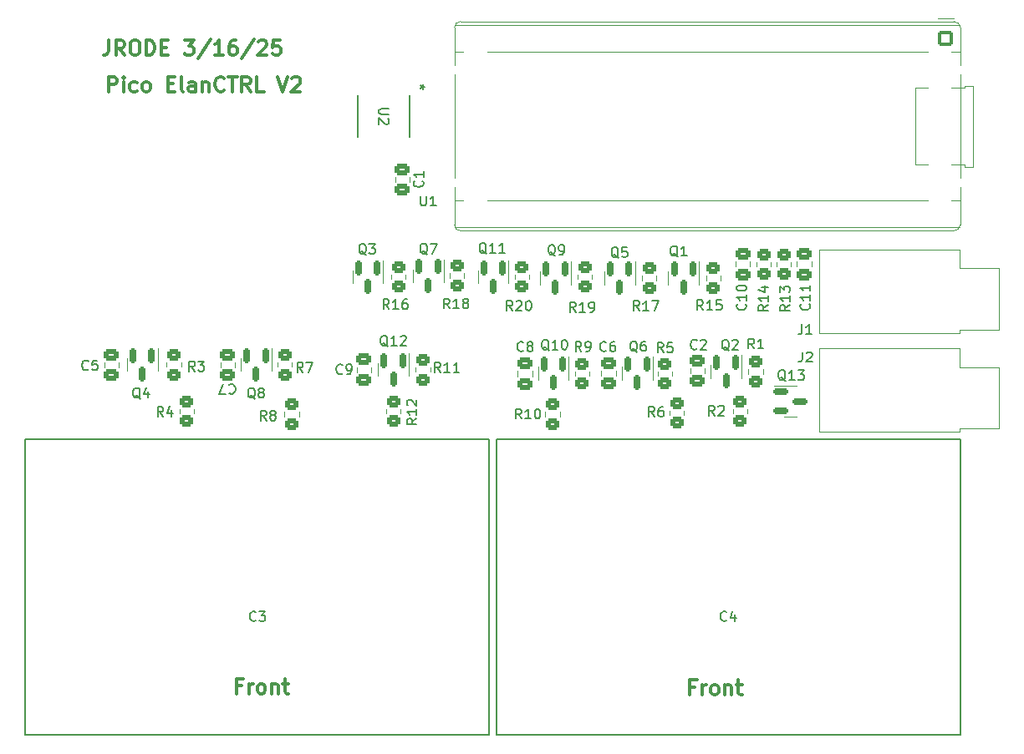
<source format=gto>
%TF.GenerationSoftware,KiCad,Pcbnew,9.0.0*%
%TF.CreationDate,2025-03-16T14:08:26-07:00*%
%TF.ProjectId,elan_interface,656c616e-5f69-46e7-9465-72666163652e,rev?*%
%TF.SameCoordinates,Original*%
%TF.FileFunction,Legend,Top*%
%TF.FilePolarity,Positive*%
%FSLAX46Y46*%
G04 Gerber Fmt 4.6, Leading zero omitted, Abs format (unit mm)*
G04 Created by KiCad (PCBNEW 9.0.0) date 2025-03-16 14:08:26*
%MOMM*%
%LPD*%
G01*
G04 APERTURE LIST*
G04 Aperture macros list*
%AMRoundRect*
0 Rectangle with rounded corners*
0 $1 Rounding radius*
0 $2 $3 $4 $5 $6 $7 $8 $9 X,Y pos of 4 corners*
0 Add a 4 corners polygon primitive as box body*
4,1,4,$2,$3,$4,$5,$6,$7,$8,$9,$2,$3,0*
0 Add four circle primitives for the rounded corners*
1,1,$1+$1,$2,$3*
1,1,$1+$1,$4,$5*
1,1,$1+$1,$6,$7*
1,1,$1+$1,$8,$9*
0 Add four rect primitives between the rounded corners*
20,1,$1+$1,$2,$3,$4,$5,0*
20,1,$1+$1,$4,$5,$6,$7,0*
20,1,$1+$1,$6,$7,$8,$9,0*
20,1,$1+$1,$8,$9,$2,$3,0*%
%AMFreePoly0*
4,1,37,0.603843,0.796157,0.639018,0.796157,0.711114,0.766294,0.766294,0.711114,0.796157,0.639018,0.796157,0.603843,0.800000,0.600000,0.800000,-0.600000,0.796157,-0.603843,0.796157,-0.639018,0.766294,-0.711114,0.711114,-0.766294,0.639018,-0.796157,0.603843,-0.796157,0.600000,-0.800000,0.000000,-0.800000,0.000000,-0.796148,-0.078414,-0.796148,-0.232228,-0.765552,-0.377117,-0.705537,
-0.507515,-0.618408,-0.618408,-0.507515,-0.705537,-0.377117,-0.765552,-0.232228,-0.796148,-0.078414,-0.796148,0.078414,-0.765552,0.232228,-0.705537,0.377117,-0.618408,0.507515,-0.507515,0.618408,-0.377117,0.705537,-0.232228,0.765552,-0.078414,0.796148,0.000000,0.796148,0.000000,0.800000,0.600000,0.800000,0.603843,0.796157,0.603843,0.796157,$1*%
%AMFreePoly1*
4,1,37,0.000000,0.796148,0.078414,0.796148,0.232228,0.765552,0.377117,0.705537,0.507515,0.618408,0.618408,0.507515,0.705537,0.377117,0.765552,0.232228,0.796148,0.078414,0.796148,-0.078414,0.765552,-0.232228,0.705537,-0.377117,0.618408,-0.507515,0.507515,-0.618408,0.377117,-0.705537,0.232228,-0.765552,0.078414,-0.796148,0.000000,-0.796148,0.000000,-0.800000,-0.600000,-0.800000,
-0.603843,-0.796157,-0.639018,-0.796157,-0.711114,-0.766294,-0.766294,-0.711114,-0.796157,-0.639018,-0.796157,-0.603843,-0.800000,-0.600000,-0.800000,0.600000,-0.796157,0.603843,-0.796157,0.639018,-0.766294,0.711114,-0.711114,0.766294,-0.639018,0.796157,-0.603843,0.796157,-0.600000,0.800000,0.000000,0.800000,0.000000,0.796148,0.000000,0.796148,$1*%
G04 Aperture macros list end*
%ADD10C,0.300000*%
%ADD11C,0.150000*%
%ADD12C,0.120000*%
%ADD13C,0.152400*%
%ADD14C,0.200000*%
%ADD15RoundRect,0.150000X-0.150000X0.587500X-0.150000X-0.587500X0.150000X-0.587500X0.150000X0.587500X0*%
%ADD16RoundRect,0.250000X0.450000X-0.350000X0.450000X0.350000X-0.450000X0.350000X-0.450000X-0.350000X0*%
%ADD17RoundRect,0.250000X-0.475000X0.337500X-0.475000X-0.337500X0.475000X-0.337500X0.475000X0.337500X0*%
%ADD18C,3.200000*%
%ADD19RoundRect,0.200000X-0.600000X0.600000X-0.600000X-0.600000X0.600000X-0.600000X0.600000X0.600000X0*%
%ADD20C,1.600000*%
%ADD21FreePoly0,270.000000*%
%ADD22FreePoly1,270.000000*%
%ADD23C,2.800000*%
%ADD24RoundRect,0.250000X-0.450000X0.350000X-0.450000X-0.350000X0.450000X-0.350000X0.450000X0.350000X0*%
%ADD25R,0.558800X1.460500*%
%ADD26C,1.570000*%
%ADD27C,3.250000*%
%ADD28C,1.450000*%
%ADD29RoundRect,0.150000X-0.587500X-0.150000X0.587500X-0.150000X0.587500X0.150000X-0.587500X0.150000X0*%
G04 APERTURE END LIST*
D10*
X115083082Y-47900828D02*
X115083082Y-48972257D01*
X115083082Y-48972257D02*
X115011653Y-49186542D01*
X115011653Y-49186542D02*
X114868796Y-49329400D01*
X114868796Y-49329400D02*
X114654510Y-49400828D01*
X114654510Y-49400828D02*
X114511653Y-49400828D01*
X116654510Y-49400828D02*
X116154510Y-48686542D01*
X115797367Y-49400828D02*
X115797367Y-47900828D01*
X115797367Y-47900828D02*
X116368796Y-47900828D01*
X116368796Y-47900828D02*
X116511653Y-47972257D01*
X116511653Y-47972257D02*
X116583082Y-48043685D01*
X116583082Y-48043685D02*
X116654510Y-48186542D01*
X116654510Y-48186542D02*
X116654510Y-48400828D01*
X116654510Y-48400828D02*
X116583082Y-48543685D01*
X116583082Y-48543685D02*
X116511653Y-48615114D01*
X116511653Y-48615114D02*
X116368796Y-48686542D01*
X116368796Y-48686542D02*
X115797367Y-48686542D01*
X117583082Y-47900828D02*
X117868796Y-47900828D01*
X117868796Y-47900828D02*
X118011653Y-47972257D01*
X118011653Y-47972257D02*
X118154510Y-48115114D01*
X118154510Y-48115114D02*
X118225939Y-48400828D01*
X118225939Y-48400828D02*
X118225939Y-48900828D01*
X118225939Y-48900828D02*
X118154510Y-49186542D01*
X118154510Y-49186542D02*
X118011653Y-49329400D01*
X118011653Y-49329400D02*
X117868796Y-49400828D01*
X117868796Y-49400828D02*
X117583082Y-49400828D01*
X117583082Y-49400828D02*
X117440225Y-49329400D01*
X117440225Y-49329400D02*
X117297367Y-49186542D01*
X117297367Y-49186542D02*
X117225939Y-48900828D01*
X117225939Y-48900828D02*
X117225939Y-48400828D01*
X117225939Y-48400828D02*
X117297367Y-48115114D01*
X117297367Y-48115114D02*
X117440225Y-47972257D01*
X117440225Y-47972257D02*
X117583082Y-47900828D01*
X118868796Y-49400828D02*
X118868796Y-47900828D01*
X118868796Y-47900828D02*
X119225939Y-47900828D01*
X119225939Y-47900828D02*
X119440225Y-47972257D01*
X119440225Y-47972257D02*
X119583082Y-48115114D01*
X119583082Y-48115114D02*
X119654511Y-48257971D01*
X119654511Y-48257971D02*
X119725939Y-48543685D01*
X119725939Y-48543685D02*
X119725939Y-48757971D01*
X119725939Y-48757971D02*
X119654511Y-49043685D01*
X119654511Y-49043685D02*
X119583082Y-49186542D01*
X119583082Y-49186542D02*
X119440225Y-49329400D01*
X119440225Y-49329400D02*
X119225939Y-49400828D01*
X119225939Y-49400828D02*
X118868796Y-49400828D01*
X120368796Y-48615114D02*
X120868796Y-48615114D01*
X121083082Y-49400828D02*
X120368796Y-49400828D01*
X120368796Y-49400828D02*
X120368796Y-47900828D01*
X120368796Y-47900828D02*
X121083082Y-47900828D01*
X122725939Y-47900828D02*
X123654511Y-47900828D01*
X123654511Y-47900828D02*
X123154511Y-48472257D01*
X123154511Y-48472257D02*
X123368796Y-48472257D01*
X123368796Y-48472257D02*
X123511654Y-48543685D01*
X123511654Y-48543685D02*
X123583082Y-48615114D01*
X123583082Y-48615114D02*
X123654511Y-48757971D01*
X123654511Y-48757971D02*
X123654511Y-49115114D01*
X123654511Y-49115114D02*
X123583082Y-49257971D01*
X123583082Y-49257971D02*
X123511654Y-49329400D01*
X123511654Y-49329400D02*
X123368796Y-49400828D01*
X123368796Y-49400828D02*
X122940225Y-49400828D01*
X122940225Y-49400828D02*
X122797368Y-49329400D01*
X122797368Y-49329400D02*
X122725939Y-49257971D01*
X125368796Y-47829400D02*
X124083082Y-49757971D01*
X126654511Y-49400828D02*
X125797368Y-49400828D01*
X126225939Y-49400828D02*
X126225939Y-47900828D01*
X126225939Y-47900828D02*
X126083082Y-48115114D01*
X126083082Y-48115114D02*
X125940225Y-48257971D01*
X125940225Y-48257971D02*
X125797368Y-48329400D01*
X127940225Y-47900828D02*
X127654510Y-47900828D01*
X127654510Y-47900828D02*
X127511653Y-47972257D01*
X127511653Y-47972257D02*
X127440225Y-48043685D01*
X127440225Y-48043685D02*
X127297367Y-48257971D01*
X127297367Y-48257971D02*
X127225939Y-48543685D01*
X127225939Y-48543685D02*
X127225939Y-49115114D01*
X127225939Y-49115114D02*
X127297367Y-49257971D01*
X127297367Y-49257971D02*
X127368796Y-49329400D01*
X127368796Y-49329400D02*
X127511653Y-49400828D01*
X127511653Y-49400828D02*
X127797367Y-49400828D01*
X127797367Y-49400828D02*
X127940225Y-49329400D01*
X127940225Y-49329400D02*
X128011653Y-49257971D01*
X128011653Y-49257971D02*
X128083082Y-49115114D01*
X128083082Y-49115114D02*
X128083082Y-48757971D01*
X128083082Y-48757971D02*
X128011653Y-48615114D01*
X128011653Y-48615114D02*
X127940225Y-48543685D01*
X127940225Y-48543685D02*
X127797367Y-48472257D01*
X127797367Y-48472257D02*
X127511653Y-48472257D01*
X127511653Y-48472257D02*
X127368796Y-48543685D01*
X127368796Y-48543685D02*
X127297367Y-48615114D01*
X127297367Y-48615114D02*
X127225939Y-48757971D01*
X129797367Y-47829400D02*
X128511653Y-49757971D01*
X130225939Y-48043685D02*
X130297367Y-47972257D01*
X130297367Y-47972257D02*
X130440225Y-47900828D01*
X130440225Y-47900828D02*
X130797367Y-47900828D01*
X130797367Y-47900828D02*
X130940225Y-47972257D01*
X130940225Y-47972257D02*
X131011653Y-48043685D01*
X131011653Y-48043685D02*
X131083082Y-48186542D01*
X131083082Y-48186542D02*
X131083082Y-48329400D01*
X131083082Y-48329400D02*
X131011653Y-48543685D01*
X131011653Y-48543685D02*
X130154510Y-49400828D01*
X130154510Y-49400828D02*
X131083082Y-49400828D01*
X132440224Y-47900828D02*
X131725938Y-47900828D01*
X131725938Y-47900828D02*
X131654510Y-48615114D01*
X131654510Y-48615114D02*
X131725938Y-48543685D01*
X131725938Y-48543685D02*
X131868796Y-48472257D01*
X131868796Y-48472257D02*
X132225938Y-48472257D01*
X132225938Y-48472257D02*
X132368796Y-48543685D01*
X132368796Y-48543685D02*
X132440224Y-48615114D01*
X132440224Y-48615114D02*
X132511653Y-48757971D01*
X132511653Y-48757971D02*
X132511653Y-49115114D01*
X132511653Y-49115114D02*
X132440224Y-49257971D01*
X132440224Y-49257971D02*
X132368796Y-49329400D01*
X132368796Y-49329400D02*
X132225938Y-49400828D01*
X132225938Y-49400828D02*
X131868796Y-49400828D01*
X131868796Y-49400828D02*
X131725938Y-49329400D01*
X131725938Y-49329400D02*
X131654510Y-49257971D01*
X115054510Y-53100828D02*
X115054510Y-51600828D01*
X115054510Y-51600828D02*
X115625939Y-51600828D01*
X115625939Y-51600828D02*
X115768796Y-51672257D01*
X115768796Y-51672257D02*
X115840225Y-51743685D01*
X115840225Y-51743685D02*
X115911653Y-51886542D01*
X115911653Y-51886542D02*
X115911653Y-52100828D01*
X115911653Y-52100828D02*
X115840225Y-52243685D01*
X115840225Y-52243685D02*
X115768796Y-52315114D01*
X115768796Y-52315114D02*
X115625939Y-52386542D01*
X115625939Y-52386542D02*
X115054510Y-52386542D01*
X116554510Y-53100828D02*
X116554510Y-52100828D01*
X116554510Y-51600828D02*
X116483082Y-51672257D01*
X116483082Y-51672257D02*
X116554510Y-51743685D01*
X116554510Y-51743685D02*
X116625939Y-51672257D01*
X116625939Y-51672257D02*
X116554510Y-51600828D01*
X116554510Y-51600828D02*
X116554510Y-51743685D01*
X117911654Y-53029400D02*
X117768796Y-53100828D01*
X117768796Y-53100828D02*
X117483082Y-53100828D01*
X117483082Y-53100828D02*
X117340225Y-53029400D01*
X117340225Y-53029400D02*
X117268796Y-52957971D01*
X117268796Y-52957971D02*
X117197368Y-52815114D01*
X117197368Y-52815114D02*
X117197368Y-52386542D01*
X117197368Y-52386542D02*
X117268796Y-52243685D01*
X117268796Y-52243685D02*
X117340225Y-52172257D01*
X117340225Y-52172257D02*
X117483082Y-52100828D01*
X117483082Y-52100828D02*
X117768796Y-52100828D01*
X117768796Y-52100828D02*
X117911654Y-52172257D01*
X118768796Y-53100828D02*
X118625939Y-53029400D01*
X118625939Y-53029400D02*
X118554510Y-52957971D01*
X118554510Y-52957971D02*
X118483082Y-52815114D01*
X118483082Y-52815114D02*
X118483082Y-52386542D01*
X118483082Y-52386542D02*
X118554510Y-52243685D01*
X118554510Y-52243685D02*
X118625939Y-52172257D01*
X118625939Y-52172257D02*
X118768796Y-52100828D01*
X118768796Y-52100828D02*
X118983082Y-52100828D01*
X118983082Y-52100828D02*
X119125939Y-52172257D01*
X119125939Y-52172257D02*
X119197368Y-52243685D01*
X119197368Y-52243685D02*
X119268796Y-52386542D01*
X119268796Y-52386542D02*
X119268796Y-52815114D01*
X119268796Y-52815114D02*
X119197368Y-52957971D01*
X119197368Y-52957971D02*
X119125939Y-53029400D01*
X119125939Y-53029400D02*
X118983082Y-53100828D01*
X118983082Y-53100828D02*
X118768796Y-53100828D01*
X121054510Y-52315114D02*
X121554510Y-52315114D01*
X121768796Y-53100828D02*
X121054510Y-53100828D01*
X121054510Y-53100828D02*
X121054510Y-51600828D01*
X121054510Y-51600828D02*
X121768796Y-51600828D01*
X122625939Y-53100828D02*
X122483082Y-53029400D01*
X122483082Y-53029400D02*
X122411653Y-52886542D01*
X122411653Y-52886542D02*
X122411653Y-51600828D01*
X123840225Y-53100828D02*
X123840225Y-52315114D01*
X123840225Y-52315114D02*
X123768796Y-52172257D01*
X123768796Y-52172257D02*
X123625939Y-52100828D01*
X123625939Y-52100828D02*
X123340225Y-52100828D01*
X123340225Y-52100828D02*
X123197367Y-52172257D01*
X123840225Y-53029400D02*
X123697367Y-53100828D01*
X123697367Y-53100828D02*
X123340225Y-53100828D01*
X123340225Y-53100828D02*
X123197367Y-53029400D01*
X123197367Y-53029400D02*
X123125939Y-52886542D01*
X123125939Y-52886542D02*
X123125939Y-52743685D01*
X123125939Y-52743685D02*
X123197367Y-52600828D01*
X123197367Y-52600828D02*
X123340225Y-52529400D01*
X123340225Y-52529400D02*
X123697367Y-52529400D01*
X123697367Y-52529400D02*
X123840225Y-52457971D01*
X124554510Y-52100828D02*
X124554510Y-53100828D01*
X124554510Y-52243685D02*
X124625939Y-52172257D01*
X124625939Y-52172257D02*
X124768796Y-52100828D01*
X124768796Y-52100828D02*
X124983082Y-52100828D01*
X124983082Y-52100828D02*
X125125939Y-52172257D01*
X125125939Y-52172257D02*
X125197368Y-52315114D01*
X125197368Y-52315114D02*
X125197368Y-53100828D01*
X126768796Y-52957971D02*
X126697368Y-53029400D01*
X126697368Y-53029400D02*
X126483082Y-53100828D01*
X126483082Y-53100828D02*
X126340225Y-53100828D01*
X126340225Y-53100828D02*
X126125939Y-53029400D01*
X126125939Y-53029400D02*
X125983082Y-52886542D01*
X125983082Y-52886542D02*
X125911653Y-52743685D01*
X125911653Y-52743685D02*
X125840225Y-52457971D01*
X125840225Y-52457971D02*
X125840225Y-52243685D01*
X125840225Y-52243685D02*
X125911653Y-51957971D01*
X125911653Y-51957971D02*
X125983082Y-51815114D01*
X125983082Y-51815114D02*
X126125939Y-51672257D01*
X126125939Y-51672257D02*
X126340225Y-51600828D01*
X126340225Y-51600828D02*
X126483082Y-51600828D01*
X126483082Y-51600828D02*
X126697368Y-51672257D01*
X126697368Y-51672257D02*
X126768796Y-51743685D01*
X127197368Y-51600828D02*
X128054511Y-51600828D01*
X127625939Y-53100828D02*
X127625939Y-51600828D01*
X129411653Y-53100828D02*
X128911653Y-52386542D01*
X128554510Y-53100828D02*
X128554510Y-51600828D01*
X128554510Y-51600828D02*
X129125939Y-51600828D01*
X129125939Y-51600828D02*
X129268796Y-51672257D01*
X129268796Y-51672257D02*
X129340225Y-51743685D01*
X129340225Y-51743685D02*
X129411653Y-51886542D01*
X129411653Y-51886542D02*
X129411653Y-52100828D01*
X129411653Y-52100828D02*
X129340225Y-52243685D01*
X129340225Y-52243685D02*
X129268796Y-52315114D01*
X129268796Y-52315114D02*
X129125939Y-52386542D01*
X129125939Y-52386542D02*
X128554510Y-52386542D01*
X130768796Y-53100828D02*
X130054510Y-53100828D01*
X130054510Y-53100828D02*
X130054510Y-51600828D01*
X132197368Y-51600828D02*
X132697368Y-53100828D01*
X132697368Y-53100828D02*
X133197368Y-51600828D01*
X133625939Y-51743685D02*
X133697367Y-51672257D01*
X133697367Y-51672257D02*
X133840225Y-51600828D01*
X133840225Y-51600828D02*
X134197367Y-51600828D01*
X134197367Y-51600828D02*
X134340225Y-51672257D01*
X134340225Y-51672257D02*
X134411653Y-51743685D01*
X134411653Y-51743685D02*
X134483082Y-51886542D01*
X134483082Y-51886542D02*
X134483082Y-52029400D01*
X134483082Y-52029400D02*
X134411653Y-52243685D01*
X134411653Y-52243685D02*
X133554510Y-53100828D01*
X133554510Y-53100828D02*
X134483082Y-53100828D01*
D11*
X177904761Y-79362557D02*
X177809523Y-79314938D01*
X177809523Y-79314938D02*
X177714285Y-79219700D01*
X177714285Y-79219700D02*
X177571428Y-79076842D01*
X177571428Y-79076842D02*
X177476190Y-79029223D01*
X177476190Y-79029223D02*
X177380952Y-79029223D01*
X177428571Y-79267319D02*
X177333333Y-79219700D01*
X177333333Y-79219700D02*
X177238095Y-79124461D01*
X177238095Y-79124461D02*
X177190476Y-78933985D01*
X177190476Y-78933985D02*
X177190476Y-78600652D01*
X177190476Y-78600652D02*
X177238095Y-78410176D01*
X177238095Y-78410176D02*
X177333333Y-78314938D01*
X177333333Y-78314938D02*
X177428571Y-78267319D01*
X177428571Y-78267319D02*
X177619047Y-78267319D01*
X177619047Y-78267319D02*
X177714285Y-78314938D01*
X177714285Y-78314938D02*
X177809523Y-78410176D01*
X177809523Y-78410176D02*
X177857142Y-78600652D01*
X177857142Y-78600652D02*
X177857142Y-78933985D01*
X177857142Y-78933985D02*
X177809523Y-79124461D01*
X177809523Y-79124461D02*
X177714285Y-79219700D01*
X177714285Y-79219700D02*
X177619047Y-79267319D01*
X177619047Y-79267319D02*
X177428571Y-79267319D01*
X178238095Y-78362557D02*
X178285714Y-78314938D01*
X178285714Y-78314938D02*
X178380952Y-78267319D01*
X178380952Y-78267319D02*
X178619047Y-78267319D01*
X178619047Y-78267319D02*
X178714285Y-78314938D01*
X178714285Y-78314938D02*
X178761904Y-78362557D01*
X178761904Y-78362557D02*
X178809523Y-78457795D01*
X178809523Y-78457795D02*
X178809523Y-78553033D01*
X178809523Y-78553033D02*
X178761904Y-78695890D01*
X178761904Y-78695890D02*
X178190476Y-79267319D01*
X178190476Y-79267319D02*
X178809523Y-79267319D01*
X143457142Y-75154819D02*
X143123809Y-74678628D01*
X142885714Y-75154819D02*
X142885714Y-74154819D01*
X142885714Y-74154819D02*
X143266666Y-74154819D01*
X143266666Y-74154819D02*
X143361904Y-74202438D01*
X143361904Y-74202438D02*
X143409523Y-74250057D01*
X143409523Y-74250057D02*
X143457142Y-74345295D01*
X143457142Y-74345295D02*
X143457142Y-74488152D01*
X143457142Y-74488152D02*
X143409523Y-74583390D01*
X143409523Y-74583390D02*
X143361904Y-74631009D01*
X143361904Y-74631009D02*
X143266666Y-74678628D01*
X143266666Y-74678628D02*
X142885714Y-74678628D01*
X144409523Y-75154819D02*
X143838095Y-75154819D01*
X144123809Y-75154819D02*
X144123809Y-74154819D01*
X144123809Y-74154819D02*
X144028571Y-74297676D01*
X144028571Y-74297676D02*
X143933333Y-74392914D01*
X143933333Y-74392914D02*
X143838095Y-74440533D01*
X145266666Y-74154819D02*
X145076190Y-74154819D01*
X145076190Y-74154819D02*
X144980952Y-74202438D01*
X144980952Y-74202438D02*
X144933333Y-74250057D01*
X144933333Y-74250057D02*
X144838095Y-74392914D01*
X144838095Y-74392914D02*
X144790476Y-74583390D01*
X144790476Y-74583390D02*
X144790476Y-74964342D01*
X144790476Y-74964342D02*
X144838095Y-75059580D01*
X144838095Y-75059580D02*
X144885714Y-75107200D01*
X144885714Y-75107200D02*
X144980952Y-75154819D01*
X144980952Y-75154819D02*
X145171428Y-75154819D01*
X145171428Y-75154819D02*
X145266666Y-75107200D01*
X145266666Y-75107200D02*
X145314285Y-75059580D01*
X145314285Y-75059580D02*
X145361904Y-74964342D01*
X145361904Y-74964342D02*
X145361904Y-74726247D01*
X145361904Y-74726247D02*
X145314285Y-74631009D01*
X145314285Y-74631009D02*
X145266666Y-74583390D01*
X145266666Y-74583390D02*
X145171428Y-74535771D01*
X145171428Y-74535771D02*
X144980952Y-74535771D01*
X144980952Y-74535771D02*
X144885714Y-74583390D01*
X144885714Y-74583390D02*
X144838095Y-74631009D01*
X144838095Y-74631009D02*
X144790476Y-74726247D01*
X127266666Y-82853419D02*
X127314285Y-82805800D01*
X127314285Y-82805800D02*
X127457142Y-82758180D01*
X127457142Y-82758180D02*
X127552380Y-82758180D01*
X127552380Y-82758180D02*
X127695237Y-82805800D01*
X127695237Y-82805800D02*
X127790475Y-82901038D01*
X127790475Y-82901038D02*
X127838094Y-82996276D01*
X127838094Y-82996276D02*
X127885713Y-83186752D01*
X127885713Y-83186752D02*
X127885713Y-83329609D01*
X127885713Y-83329609D02*
X127838094Y-83520085D01*
X127838094Y-83520085D02*
X127790475Y-83615323D01*
X127790475Y-83615323D02*
X127695237Y-83710561D01*
X127695237Y-83710561D02*
X127552380Y-83758180D01*
X127552380Y-83758180D02*
X127457142Y-83758180D01*
X127457142Y-83758180D02*
X127314285Y-83710561D01*
X127314285Y-83710561D02*
X127266666Y-83662942D01*
X126933332Y-83758180D02*
X126266666Y-83758180D01*
X126266666Y-83758180D02*
X126695237Y-82758180D01*
X168604761Y-79512557D02*
X168509523Y-79464938D01*
X168509523Y-79464938D02*
X168414285Y-79369700D01*
X168414285Y-79369700D02*
X168271428Y-79226842D01*
X168271428Y-79226842D02*
X168176190Y-79179223D01*
X168176190Y-79179223D02*
X168080952Y-79179223D01*
X168128571Y-79417319D02*
X168033333Y-79369700D01*
X168033333Y-79369700D02*
X167938095Y-79274461D01*
X167938095Y-79274461D02*
X167890476Y-79083985D01*
X167890476Y-79083985D02*
X167890476Y-78750652D01*
X167890476Y-78750652D02*
X167938095Y-78560176D01*
X167938095Y-78560176D02*
X168033333Y-78464938D01*
X168033333Y-78464938D02*
X168128571Y-78417319D01*
X168128571Y-78417319D02*
X168319047Y-78417319D01*
X168319047Y-78417319D02*
X168414285Y-78464938D01*
X168414285Y-78464938D02*
X168509523Y-78560176D01*
X168509523Y-78560176D02*
X168557142Y-78750652D01*
X168557142Y-78750652D02*
X168557142Y-79083985D01*
X168557142Y-79083985D02*
X168509523Y-79274461D01*
X168509523Y-79274461D02*
X168414285Y-79369700D01*
X168414285Y-79369700D02*
X168319047Y-79417319D01*
X168319047Y-79417319D02*
X168128571Y-79417319D01*
X169414285Y-78417319D02*
X169223809Y-78417319D01*
X169223809Y-78417319D02*
X169128571Y-78464938D01*
X169128571Y-78464938D02*
X169080952Y-78512557D01*
X169080952Y-78512557D02*
X168985714Y-78655414D01*
X168985714Y-78655414D02*
X168938095Y-78845890D01*
X168938095Y-78845890D02*
X168938095Y-79226842D01*
X168938095Y-79226842D02*
X168985714Y-79322080D01*
X168985714Y-79322080D02*
X169033333Y-79369700D01*
X169033333Y-79369700D02*
X169128571Y-79417319D01*
X169128571Y-79417319D02*
X169319047Y-79417319D01*
X169319047Y-79417319D02*
X169414285Y-79369700D01*
X169414285Y-79369700D02*
X169461904Y-79322080D01*
X169461904Y-79322080D02*
X169509523Y-79226842D01*
X169509523Y-79226842D02*
X169509523Y-78988747D01*
X169509523Y-78988747D02*
X169461904Y-78893509D01*
X169461904Y-78893509D02*
X169414285Y-78845890D01*
X169414285Y-78845890D02*
X169319047Y-78798271D01*
X169319047Y-78798271D02*
X169128571Y-78798271D01*
X169128571Y-78798271D02*
X169033333Y-78845890D01*
X169033333Y-78845890D02*
X168985714Y-78893509D01*
X168985714Y-78893509D02*
X168938095Y-78988747D01*
X168807142Y-75317319D02*
X168473809Y-74841128D01*
X168235714Y-75317319D02*
X168235714Y-74317319D01*
X168235714Y-74317319D02*
X168616666Y-74317319D01*
X168616666Y-74317319D02*
X168711904Y-74364938D01*
X168711904Y-74364938D02*
X168759523Y-74412557D01*
X168759523Y-74412557D02*
X168807142Y-74507795D01*
X168807142Y-74507795D02*
X168807142Y-74650652D01*
X168807142Y-74650652D02*
X168759523Y-74745890D01*
X168759523Y-74745890D02*
X168711904Y-74793509D01*
X168711904Y-74793509D02*
X168616666Y-74841128D01*
X168616666Y-74841128D02*
X168235714Y-74841128D01*
X169759523Y-75317319D02*
X169188095Y-75317319D01*
X169473809Y-75317319D02*
X169473809Y-74317319D01*
X169473809Y-74317319D02*
X169378571Y-74460176D01*
X169378571Y-74460176D02*
X169283333Y-74555414D01*
X169283333Y-74555414D02*
X169188095Y-74603033D01*
X170092857Y-74317319D02*
X170759523Y-74317319D01*
X170759523Y-74317319D02*
X170330952Y-75317319D01*
X118254761Y-84250057D02*
X118159523Y-84202438D01*
X118159523Y-84202438D02*
X118064285Y-84107200D01*
X118064285Y-84107200D02*
X117921428Y-83964342D01*
X117921428Y-83964342D02*
X117826190Y-83916723D01*
X117826190Y-83916723D02*
X117730952Y-83916723D01*
X117778571Y-84154819D02*
X117683333Y-84107200D01*
X117683333Y-84107200D02*
X117588095Y-84011961D01*
X117588095Y-84011961D02*
X117540476Y-83821485D01*
X117540476Y-83821485D02*
X117540476Y-83488152D01*
X117540476Y-83488152D02*
X117588095Y-83297676D01*
X117588095Y-83297676D02*
X117683333Y-83202438D01*
X117683333Y-83202438D02*
X117778571Y-83154819D01*
X117778571Y-83154819D02*
X117969047Y-83154819D01*
X117969047Y-83154819D02*
X118064285Y-83202438D01*
X118064285Y-83202438D02*
X118159523Y-83297676D01*
X118159523Y-83297676D02*
X118207142Y-83488152D01*
X118207142Y-83488152D02*
X118207142Y-83821485D01*
X118207142Y-83821485D02*
X118159523Y-84011961D01*
X118159523Y-84011961D02*
X118064285Y-84107200D01*
X118064285Y-84107200D02*
X117969047Y-84154819D01*
X117969047Y-84154819D02*
X117778571Y-84154819D01*
X119064285Y-83488152D02*
X119064285Y-84154819D01*
X118826190Y-83107200D02*
X118588095Y-83821485D01*
X118588095Y-83821485D02*
X119207142Y-83821485D01*
X155957142Y-75292319D02*
X155623809Y-74816128D01*
X155385714Y-75292319D02*
X155385714Y-74292319D01*
X155385714Y-74292319D02*
X155766666Y-74292319D01*
X155766666Y-74292319D02*
X155861904Y-74339938D01*
X155861904Y-74339938D02*
X155909523Y-74387557D01*
X155909523Y-74387557D02*
X155957142Y-74482795D01*
X155957142Y-74482795D02*
X155957142Y-74625652D01*
X155957142Y-74625652D02*
X155909523Y-74720890D01*
X155909523Y-74720890D02*
X155861904Y-74768509D01*
X155861904Y-74768509D02*
X155766666Y-74816128D01*
X155766666Y-74816128D02*
X155385714Y-74816128D01*
X156338095Y-74387557D02*
X156385714Y-74339938D01*
X156385714Y-74339938D02*
X156480952Y-74292319D01*
X156480952Y-74292319D02*
X156719047Y-74292319D01*
X156719047Y-74292319D02*
X156814285Y-74339938D01*
X156814285Y-74339938D02*
X156861904Y-74387557D01*
X156861904Y-74387557D02*
X156909523Y-74482795D01*
X156909523Y-74482795D02*
X156909523Y-74578033D01*
X156909523Y-74578033D02*
X156861904Y-74720890D01*
X156861904Y-74720890D02*
X156290476Y-75292319D01*
X156290476Y-75292319D02*
X156909523Y-75292319D01*
X157528571Y-74292319D02*
X157623809Y-74292319D01*
X157623809Y-74292319D02*
X157719047Y-74339938D01*
X157719047Y-74339938D02*
X157766666Y-74387557D01*
X157766666Y-74387557D02*
X157814285Y-74482795D01*
X157814285Y-74482795D02*
X157861904Y-74673271D01*
X157861904Y-74673271D02*
X157861904Y-74911366D01*
X157861904Y-74911366D02*
X157814285Y-75101842D01*
X157814285Y-75101842D02*
X157766666Y-75197080D01*
X157766666Y-75197080D02*
X157719047Y-75244700D01*
X157719047Y-75244700D02*
X157623809Y-75292319D01*
X157623809Y-75292319D02*
X157528571Y-75292319D01*
X157528571Y-75292319D02*
X157433333Y-75244700D01*
X157433333Y-75244700D02*
X157385714Y-75197080D01*
X157385714Y-75197080D02*
X157338095Y-75101842D01*
X157338095Y-75101842D02*
X157290476Y-74911366D01*
X157290476Y-74911366D02*
X157290476Y-74673271D01*
X157290476Y-74673271D02*
X157338095Y-74482795D01*
X157338095Y-74482795D02*
X157385714Y-74387557D01*
X157385714Y-74387557D02*
X157433333Y-74339938D01*
X157433333Y-74339938D02*
X157528571Y-74292319D01*
X146656779Y-63674819D02*
X146656779Y-64484342D01*
X146656779Y-64484342D02*
X146704398Y-64579580D01*
X146704398Y-64579580D02*
X146752017Y-64627200D01*
X146752017Y-64627200D02*
X146847255Y-64674819D01*
X146847255Y-64674819D02*
X147037731Y-64674819D01*
X147037731Y-64674819D02*
X147132969Y-64627200D01*
X147132969Y-64627200D02*
X147180588Y-64579580D01*
X147180588Y-64579580D02*
X147228207Y-64484342D01*
X147228207Y-64484342D02*
X147228207Y-63674819D01*
X148228207Y-64674819D02*
X147656779Y-64674819D01*
X147942493Y-64674819D02*
X147942493Y-63674819D01*
X147942493Y-63674819D02*
X147847255Y-63817676D01*
X147847255Y-63817676D02*
X147752017Y-63912914D01*
X147752017Y-63912914D02*
X147656779Y-63960533D01*
X185316666Y-79504819D02*
X185316666Y-80219104D01*
X185316666Y-80219104D02*
X185269047Y-80361961D01*
X185269047Y-80361961D02*
X185173809Y-80457200D01*
X185173809Y-80457200D02*
X185030952Y-80504819D01*
X185030952Y-80504819D02*
X184935714Y-80504819D01*
X185745238Y-79600057D02*
X185792857Y-79552438D01*
X185792857Y-79552438D02*
X185888095Y-79504819D01*
X185888095Y-79504819D02*
X186126190Y-79504819D01*
X186126190Y-79504819D02*
X186221428Y-79552438D01*
X186221428Y-79552438D02*
X186269047Y-79600057D01*
X186269047Y-79600057D02*
X186316666Y-79695295D01*
X186316666Y-79695295D02*
X186316666Y-79790533D01*
X186316666Y-79790533D02*
X186269047Y-79933390D01*
X186269047Y-79933390D02*
X185697619Y-80504819D01*
X185697619Y-80504819D02*
X186316666Y-80504819D01*
X160304761Y-69750057D02*
X160209523Y-69702438D01*
X160209523Y-69702438D02*
X160114285Y-69607200D01*
X160114285Y-69607200D02*
X159971428Y-69464342D01*
X159971428Y-69464342D02*
X159876190Y-69416723D01*
X159876190Y-69416723D02*
X159780952Y-69416723D01*
X159828571Y-69654819D02*
X159733333Y-69607200D01*
X159733333Y-69607200D02*
X159638095Y-69511961D01*
X159638095Y-69511961D02*
X159590476Y-69321485D01*
X159590476Y-69321485D02*
X159590476Y-68988152D01*
X159590476Y-68988152D02*
X159638095Y-68797676D01*
X159638095Y-68797676D02*
X159733333Y-68702438D01*
X159733333Y-68702438D02*
X159828571Y-68654819D01*
X159828571Y-68654819D02*
X160019047Y-68654819D01*
X160019047Y-68654819D02*
X160114285Y-68702438D01*
X160114285Y-68702438D02*
X160209523Y-68797676D01*
X160209523Y-68797676D02*
X160257142Y-68988152D01*
X160257142Y-68988152D02*
X160257142Y-69321485D01*
X160257142Y-69321485D02*
X160209523Y-69511961D01*
X160209523Y-69511961D02*
X160114285Y-69607200D01*
X160114285Y-69607200D02*
X160019047Y-69654819D01*
X160019047Y-69654819D02*
X159828571Y-69654819D01*
X160733333Y-69654819D02*
X160923809Y-69654819D01*
X160923809Y-69654819D02*
X161019047Y-69607200D01*
X161019047Y-69607200D02*
X161066666Y-69559580D01*
X161066666Y-69559580D02*
X161161904Y-69416723D01*
X161161904Y-69416723D02*
X161209523Y-69226247D01*
X161209523Y-69226247D02*
X161209523Y-68845295D01*
X161209523Y-68845295D02*
X161161904Y-68750057D01*
X161161904Y-68750057D02*
X161114285Y-68702438D01*
X161114285Y-68702438D02*
X161019047Y-68654819D01*
X161019047Y-68654819D02*
X160828571Y-68654819D01*
X160828571Y-68654819D02*
X160733333Y-68702438D01*
X160733333Y-68702438D02*
X160685714Y-68750057D01*
X160685714Y-68750057D02*
X160638095Y-68845295D01*
X160638095Y-68845295D02*
X160638095Y-69083390D01*
X160638095Y-69083390D02*
X160685714Y-69178628D01*
X160685714Y-69178628D02*
X160733333Y-69226247D01*
X160733333Y-69226247D02*
X160828571Y-69273866D01*
X160828571Y-69273866D02*
X161019047Y-69273866D01*
X161019047Y-69273866D02*
X161114285Y-69226247D01*
X161114285Y-69226247D02*
X161161904Y-69178628D01*
X161161904Y-69178628D02*
X161209523Y-69083390D01*
X120583333Y-86054819D02*
X120250000Y-85578628D01*
X120011905Y-86054819D02*
X120011905Y-85054819D01*
X120011905Y-85054819D02*
X120392857Y-85054819D01*
X120392857Y-85054819D02*
X120488095Y-85102438D01*
X120488095Y-85102438D02*
X120535714Y-85150057D01*
X120535714Y-85150057D02*
X120583333Y-85245295D01*
X120583333Y-85245295D02*
X120583333Y-85388152D01*
X120583333Y-85388152D02*
X120535714Y-85483390D01*
X120535714Y-85483390D02*
X120488095Y-85531009D01*
X120488095Y-85531009D02*
X120392857Y-85578628D01*
X120392857Y-85578628D02*
X120011905Y-85578628D01*
X121440476Y-85388152D02*
X121440476Y-86054819D01*
X121202381Y-85007200D02*
X120964286Y-85721485D01*
X120964286Y-85721485D02*
X121583333Y-85721485D01*
X148657142Y-81554819D02*
X148323809Y-81078628D01*
X148085714Y-81554819D02*
X148085714Y-80554819D01*
X148085714Y-80554819D02*
X148466666Y-80554819D01*
X148466666Y-80554819D02*
X148561904Y-80602438D01*
X148561904Y-80602438D02*
X148609523Y-80650057D01*
X148609523Y-80650057D02*
X148657142Y-80745295D01*
X148657142Y-80745295D02*
X148657142Y-80888152D01*
X148657142Y-80888152D02*
X148609523Y-80983390D01*
X148609523Y-80983390D02*
X148561904Y-81031009D01*
X148561904Y-81031009D02*
X148466666Y-81078628D01*
X148466666Y-81078628D02*
X148085714Y-81078628D01*
X149609523Y-81554819D02*
X149038095Y-81554819D01*
X149323809Y-81554819D02*
X149323809Y-80554819D01*
X149323809Y-80554819D02*
X149228571Y-80697676D01*
X149228571Y-80697676D02*
X149133333Y-80792914D01*
X149133333Y-80792914D02*
X149038095Y-80840533D01*
X150561904Y-81554819D02*
X149990476Y-81554819D01*
X150276190Y-81554819D02*
X150276190Y-80554819D01*
X150276190Y-80554819D02*
X150180952Y-80697676D01*
X150180952Y-80697676D02*
X150085714Y-80792914D01*
X150085714Y-80792914D02*
X149990476Y-80840533D01*
X146839580Y-62166666D02*
X146887200Y-62214285D01*
X146887200Y-62214285D02*
X146934819Y-62357142D01*
X146934819Y-62357142D02*
X146934819Y-62452380D01*
X146934819Y-62452380D02*
X146887200Y-62595237D01*
X146887200Y-62595237D02*
X146791961Y-62690475D01*
X146791961Y-62690475D02*
X146696723Y-62738094D01*
X146696723Y-62738094D02*
X146506247Y-62785713D01*
X146506247Y-62785713D02*
X146363390Y-62785713D01*
X146363390Y-62785713D02*
X146172914Y-62738094D01*
X146172914Y-62738094D02*
X146077676Y-62690475D01*
X146077676Y-62690475D02*
X145982438Y-62595237D01*
X145982438Y-62595237D02*
X145934819Y-62452380D01*
X145934819Y-62452380D02*
X145934819Y-62357142D01*
X145934819Y-62357142D02*
X145982438Y-62214285D01*
X145982438Y-62214285D02*
X146030057Y-62166666D01*
X146934819Y-61214285D02*
X146934819Y-61785713D01*
X146934819Y-61499999D02*
X145934819Y-61499999D01*
X145934819Y-61499999D02*
X146077676Y-61595237D01*
X146077676Y-61595237D02*
X146172914Y-61690475D01*
X146172914Y-61690475D02*
X146220533Y-61785713D01*
X162933333Y-79454819D02*
X162600000Y-78978628D01*
X162361905Y-79454819D02*
X162361905Y-78454819D01*
X162361905Y-78454819D02*
X162742857Y-78454819D01*
X162742857Y-78454819D02*
X162838095Y-78502438D01*
X162838095Y-78502438D02*
X162885714Y-78550057D01*
X162885714Y-78550057D02*
X162933333Y-78645295D01*
X162933333Y-78645295D02*
X162933333Y-78788152D01*
X162933333Y-78788152D02*
X162885714Y-78883390D01*
X162885714Y-78883390D02*
X162838095Y-78931009D01*
X162838095Y-78931009D02*
X162742857Y-78978628D01*
X162742857Y-78978628D02*
X162361905Y-78978628D01*
X163409524Y-79454819D02*
X163600000Y-79454819D01*
X163600000Y-79454819D02*
X163695238Y-79407200D01*
X163695238Y-79407200D02*
X163742857Y-79359580D01*
X163742857Y-79359580D02*
X163838095Y-79216723D01*
X163838095Y-79216723D02*
X163885714Y-79026247D01*
X163885714Y-79026247D02*
X163885714Y-78645295D01*
X163885714Y-78645295D02*
X163838095Y-78550057D01*
X163838095Y-78550057D02*
X163790476Y-78502438D01*
X163790476Y-78502438D02*
X163695238Y-78454819D01*
X163695238Y-78454819D02*
X163504762Y-78454819D01*
X163504762Y-78454819D02*
X163409524Y-78502438D01*
X163409524Y-78502438D02*
X163361905Y-78550057D01*
X163361905Y-78550057D02*
X163314286Y-78645295D01*
X163314286Y-78645295D02*
X163314286Y-78883390D01*
X163314286Y-78883390D02*
X163361905Y-78978628D01*
X163361905Y-78978628D02*
X163409524Y-79026247D01*
X163409524Y-79026247D02*
X163504762Y-79073866D01*
X163504762Y-79073866D02*
X163695238Y-79073866D01*
X163695238Y-79073866D02*
X163790476Y-79026247D01*
X163790476Y-79026247D02*
X163838095Y-78978628D01*
X163838095Y-78978628D02*
X163885714Y-78883390D01*
X176433333Y-85954819D02*
X176100000Y-85478628D01*
X175861905Y-85954819D02*
X175861905Y-84954819D01*
X175861905Y-84954819D02*
X176242857Y-84954819D01*
X176242857Y-84954819D02*
X176338095Y-85002438D01*
X176338095Y-85002438D02*
X176385714Y-85050057D01*
X176385714Y-85050057D02*
X176433333Y-85145295D01*
X176433333Y-85145295D02*
X176433333Y-85288152D01*
X176433333Y-85288152D02*
X176385714Y-85383390D01*
X176385714Y-85383390D02*
X176338095Y-85431009D01*
X176338095Y-85431009D02*
X176242857Y-85478628D01*
X176242857Y-85478628D02*
X175861905Y-85478628D01*
X176814286Y-85050057D02*
X176861905Y-85002438D01*
X176861905Y-85002438D02*
X176957143Y-84954819D01*
X176957143Y-84954819D02*
X177195238Y-84954819D01*
X177195238Y-84954819D02*
X177290476Y-85002438D01*
X177290476Y-85002438D02*
X177338095Y-85050057D01*
X177338095Y-85050057D02*
X177385714Y-85145295D01*
X177385714Y-85145295D02*
X177385714Y-85240533D01*
X177385714Y-85240533D02*
X177338095Y-85383390D01*
X177338095Y-85383390D02*
X176766667Y-85954819D01*
X176766667Y-85954819D02*
X177385714Y-85954819D01*
X129904761Y-84250057D02*
X129809523Y-84202438D01*
X129809523Y-84202438D02*
X129714285Y-84107200D01*
X129714285Y-84107200D02*
X129571428Y-83964342D01*
X129571428Y-83964342D02*
X129476190Y-83916723D01*
X129476190Y-83916723D02*
X129380952Y-83916723D01*
X129428571Y-84154819D02*
X129333333Y-84107200D01*
X129333333Y-84107200D02*
X129238095Y-84011961D01*
X129238095Y-84011961D02*
X129190476Y-83821485D01*
X129190476Y-83821485D02*
X129190476Y-83488152D01*
X129190476Y-83488152D02*
X129238095Y-83297676D01*
X129238095Y-83297676D02*
X129333333Y-83202438D01*
X129333333Y-83202438D02*
X129428571Y-83154819D01*
X129428571Y-83154819D02*
X129619047Y-83154819D01*
X129619047Y-83154819D02*
X129714285Y-83202438D01*
X129714285Y-83202438D02*
X129809523Y-83297676D01*
X129809523Y-83297676D02*
X129857142Y-83488152D01*
X129857142Y-83488152D02*
X129857142Y-83821485D01*
X129857142Y-83821485D02*
X129809523Y-84011961D01*
X129809523Y-84011961D02*
X129714285Y-84107200D01*
X129714285Y-84107200D02*
X129619047Y-84154819D01*
X129619047Y-84154819D02*
X129428571Y-84154819D01*
X130428571Y-83583390D02*
X130333333Y-83535771D01*
X130333333Y-83535771D02*
X130285714Y-83488152D01*
X130285714Y-83488152D02*
X130238095Y-83392914D01*
X130238095Y-83392914D02*
X130238095Y-83345295D01*
X130238095Y-83345295D02*
X130285714Y-83250057D01*
X130285714Y-83250057D02*
X130333333Y-83202438D01*
X130333333Y-83202438D02*
X130428571Y-83154819D01*
X130428571Y-83154819D02*
X130619047Y-83154819D01*
X130619047Y-83154819D02*
X130714285Y-83202438D01*
X130714285Y-83202438D02*
X130761904Y-83250057D01*
X130761904Y-83250057D02*
X130809523Y-83345295D01*
X130809523Y-83345295D02*
X130809523Y-83392914D01*
X130809523Y-83392914D02*
X130761904Y-83488152D01*
X130761904Y-83488152D02*
X130714285Y-83535771D01*
X130714285Y-83535771D02*
X130619047Y-83583390D01*
X130619047Y-83583390D02*
X130428571Y-83583390D01*
X130428571Y-83583390D02*
X130333333Y-83631009D01*
X130333333Y-83631009D02*
X130285714Y-83678628D01*
X130285714Y-83678628D02*
X130238095Y-83773866D01*
X130238095Y-83773866D02*
X130238095Y-83964342D01*
X130238095Y-83964342D02*
X130285714Y-84059580D01*
X130285714Y-84059580D02*
X130333333Y-84107200D01*
X130333333Y-84107200D02*
X130428571Y-84154819D01*
X130428571Y-84154819D02*
X130619047Y-84154819D01*
X130619047Y-84154819D02*
X130714285Y-84107200D01*
X130714285Y-84107200D02*
X130761904Y-84059580D01*
X130761904Y-84059580D02*
X130809523Y-83964342D01*
X130809523Y-83964342D02*
X130809523Y-83773866D01*
X130809523Y-83773866D02*
X130761904Y-83678628D01*
X130761904Y-83678628D02*
X130714285Y-83631009D01*
X130714285Y-83631009D02*
X130619047Y-83583390D01*
X165433333Y-79359580D02*
X165385714Y-79407200D01*
X165385714Y-79407200D02*
X165242857Y-79454819D01*
X165242857Y-79454819D02*
X165147619Y-79454819D01*
X165147619Y-79454819D02*
X165004762Y-79407200D01*
X165004762Y-79407200D02*
X164909524Y-79311961D01*
X164909524Y-79311961D02*
X164861905Y-79216723D01*
X164861905Y-79216723D02*
X164814286Y-79026247D01*
X164814286Y-79026247D02*
X164814286Y-78883390D01*
X164814286Y-78883390D02*
X164861905Y-78692914D01*
X164861905Y-78692914D02*
X164909524Y-78597676D01*
X164909524Y-78597676D02*
X165004762Y-78502438D01*
X165004762Y-78502438D02*
X165147619Y-78454819D01*
X165147619Y-78454819D02*
X165242857Y-78454819D01*
X165242857Y-78454819D02*
X165385714Y-78502438D01*
X165385714Y-78502438D02*
X165433333Y-78550057D01*
X166290476Y-78454819D02*
X166100000Y-78454819D01*
X166100000Y-78454819D02*
X166004762Y-78502438D01*
X166004762Y-78502438D02*
X165957143Y-78550057D01*
X165957143Y-78550057D02*
X165861905Y-78692914D01*
X165861905Y-78692914D02*
X165814286Y-78883390D01*
X165814286Y-78883390D02*
X165814286Y-79264342D01*
X165814286Y-79264342D02*
X165861905Y-79359580D01*
X165861905Y-79359580D02*
X165909524Y-79407200D01*
X165909524Y-79407200D02*
X166004762Y-79454819D01*
X166004762Y-79454819D02*
X166195238Y-79454819D01*
X166195238Y-79454819D02*
X166290476Y-79407200D01*
X166290476Y-79407200D02*
X166338095Y-79359580D01*
X166338095Y-79359580D02*
X166385714Y-79264342D01*
X166385714Y-79264342D02*
X166385714Y-79026247D01*
X166385714Y-79026247D02*
X166338095Y-78931009D01*
X166338095Y-78931009D02*
X166290476Y-78883390D01*
X166290476Y-78883390D02*
X166195238Y-78835771D01*
X166195238Y-78835771D02*
X166004762Y-78835771D01*
X166004762Y-78835771D02*
X165909524Y-78883390D01*
X165909524Y-78883390D02*
X165861905Y-78931009D01*
X165861905Y-78931009D02*
X165814286Y-79026247D01*
X171233333Y-79554819D02*
X170900000Y-79078628D01*
X170661905Y-79554819D02*
X170661905Y-78554819D01*
X170661905Y-78554819D02*
X171042857Y-78554819D01*
X171042857Y-78554819D02*
X171138095Y-78602438D01*
X171138095Y-78602438D02*
X171185714Y-78650057D01*
X171185714Y-78650057D02*
X171233333Y-78745295D01*
X171233333Y-78745295D02*
X171233333Y-78888152D01*
X171233333Y-78888152D02*
X171185714Y-78983390D01*
X171185714Y-78983390D02*
X171138095Y-79031009D01*
X171138095Y-79031009D02*
X171042857Y-79078628D01*
X171042857Y-79078628D02*
X170661905Y-79078628D01*
X172138095Y-78554819D02*
X171661905Y-78554819D01*
X171661905Y-78554819D02*
X171614286Y-79031009D01*
X171614286Y-79031009D02*
X171661905Y-78983390D01*
X171661905Y-78983390D02*
X171757143Y-78935771D01*
X171757143Y-78935771D02*
X171995238Y-78935771D01*
X171995238Y-78935771D02*
X172090476Y-78983390D01*
X172090476Y-78983390D02*
X172138095Y-79031009D01*
X172138095Y-79031009D02*
X172185714Y-79126247D01*
X172185714Y-79126247D02*
X172185714Y-79364342D01*
X172185714Y-79364342D02*
X172138095Y-79459580D01*
X172138095Y-79459580D02*
X172090476Y-79507200D01*
X172090476Y-79507200D02*
X171995238Y-79554819D01*
X171995238Y-79554819D02*
X171757143Y-79554819D01*
X171757143Y-79554819D02*
X171661905Y-79507200D01*
X171661905Y-79507200D02*
X171614286Y-79459580D01*
X184054819Y-74742857D02*
X183578628Y-75076190D01*
X184054819Y-75314285D02*
X183054819Y-75314285D01*
X183054819Y-75314285D02*
X183054819Y-74933333D01*
X183054819Y-74933333D02*
X183102438Y-74838095D01*
X183102438Y-74838095D02*
X183150057Y-74790476D01*
X183150057Y-74790476D02*
X183245295Y-74742857D01*
X183245295Y-74742857D02*
X183388152Y-74742857D01*
X183388152Y-74742857D02*
X183483390Y-74790476D01*
X183483390Y-74790476D02*
X183531009Y-74838095D01*
X183531009Y-74838095D02*
X183578628Y-74933333D01*
X183578628Y-74933333D02*
X183578628Y-75314285D01*
X184054819Y-73790476D02*
X184054819Y-74361904D01*
X184054819Y-74076190D02*
X183054819Y-74076190D01*
X183054819Y-74076190D02*
X183197676Y-74171428D01*
X183197676Y-74171428D02*
X183292914Y-74266666D01*
X183292914Y-74266666D02*
X183340533Y-74361904D01*
X183054819Y-73457142D02*
X183054819Y-72838095D01*
X183054819Y-72838095D02*
X183435771Y-73171428D01*
X183435771Y-73171428D02*
X183435771Y-73028571D01*
X183435771Y-73028571D02*
X183483390Y-72933333D01*
X183483390Y-72933333D02*
X183531009Y-72885714D01*
X183531009Y-72885714D02*
X183626247Y-72838095D01*
X183626247Y-72838095D02*
X183864342Y-72838095D01*
X183864342Y-72838095D02*
X183959580Y-72885714D01*
X183959580Y-72885714D02*
X184007200Y-72933333D01*
X184007200Y-72933333D02*
X184054819Y-73028571D01*
X184054819Y-73028571D02*
X184054819Y-73314285D01*
X184054819Y-73314285D02*
X184007200Y-73409523D01*
X184007200Y-73409523D02*
X183959580Y-73457142D01*
X123783333Y-81454819D02*
X123450000Y-80978628D01*
X123211905Y-81454819D02*
X123211905Y-80454819D01*
X123211905Y-80454819D02*
X123592857Y-80454819D01*
X123592857Y-80454819D02*
X123688095Y-80502438D01*
X123688095Y-80502438D02*
X123735714Y-80550057D01*
X123735714Y-80550057D02*
X123783333Y-80645295D01*
X123783333Y-80645295D02*
X123783333Y-80788152D01*
X123783333Y-80788152D02*
X123735714Y-80883390D01*
X123735714Y-80883390D02*
X123688095Y-80931009D01*
X123688095Y-80931009D02*
X123592857Y-80978628D01*
X123592857Y-80978628D02*
X123211905Y-80978628D01*
X124116667Y-80454819D02*
X124735714Y-80454819D01*
X124735714Y-80454819D02*
X124402381Y-80835771D01*
X124402381Y-80835771D02*
X124545238Y-80835771D01*
X124545238Y-80835771D02*
X124640476Y-80883390D01*
X124640476Y-80883390D02*
X124688095Y-80931009D01*
X124688095Y-80931009D02*
X124735714Y-81026247D01*
X124735714Y-81026247D02*
X124735714Y-81264342D01*
X124735714Y-81264342D02*
X124688095Y-81359580D01*
X124688095Y-81359580D02*
X124640476Y-81407200D01*
X124640476Y-81407200D02*
X124545238Y-81454819D01*
X124545238Y-81454819D02*
X124259524Y-81454819D01*
X124259524Y-81454819D02*
X124164286Y-81407200D01*
X124164286Y-81407200D02*
X124116667Y-81359580D01*
X159648571Y-79362557D02*
X159553333Y-79314938D01*
X159553333Y-79314938D02*
X159458095Y-79219700D01*
X159458095Y-79219700D02*
X159315238Y-79076842D01*
X159315238Y-79076842D02*
X159220000Y-79029223D01*
X159220000Y-79029223D02*
X159124762Y-79029223D01*
X159172381Y-79267319D02*
X159077143Y-79219700D01*
X159077143Y-79219700D02*
X158981905Y-79124461D01*
X158981905Y-79124461D02*
X158934286Y-78933985D01*
X158934286Y-78933985D02*
X158934286Y-78600652D01*
X158934286Y-78600652D02*
X158981905Y-78410176D01*
X158981905Y-78410176D02*
X159077143Y-78314938D01*
X159077143Y-78314938D02*
X159172381Y-78267319D01*
X159172381Y-78267319D02*
X159362857Y-78267319D01*
X159362857Y-78267319D02*
X159458095Y-78314938D01*
X159458095Y-78314938D02*
X159553333Y-78410176D01*
X159553333Y-78410176D02*
X159600952Y-78600652D01*
X159600952Y-78600652D02*
X159600952Y-78933985D01*
X159600952Y-78933985D02*
X159553333Y-79124461D01*
X159553333Y-79124461D02*
X159458095Y-79219700D01*
X159458095Y-79219700D02*
X159362857Y-79267319D01*
X159362857Y-79267319D02*
X159172381Y-79267319D01*
X160553333Y-79267319D02*
X159981905Y-79267319D01*
X160267619Y-79267319D02*
X160267619Y-78267319D01*
X160267619Y-78267319D02*
X160172381Y-78410176D01*
X160172381Y-78410176D02*
X160077143Y-78505414D01*
X160077143Y-78505414D02*
X159981905Y-78553033D01*
X161172381Y-78267319D02*
X161267619Y-78267319D01*
X161267619Y-78267319D02*
X161362857Y-78314938D01*
X161362857Y-78314938D02*
X161410476Y-78362557D01*
X161410476Y-78362557D02*
X161458095Y-78457795D01*
X161458095Y-78457795D02*
X161505714Y-78648271D01*
X161505714Y-78648271D02*
X161505714Y-78886366D01*
X161505714Y-78886366D02*
X161458095Y-79076842D01*
X161458095Y-79076842D02*
X161410476Y-79172080D01*
X161410476Y-79172080D02*
X161362857Y-79219700D01*
X161362857Y-79219700D02*
X161267619Y-79267319D01*
X161267619Y-79267319D02*
X161172381Y-79267319D01*
X161172381Y-79267319D02*
X161077143Y-79219700D01*
X161077143Y-79219700D02*
X161029524Y-79172080D01*
X161029524Y-79172080D02*
X160981905Y-79076842D01*
X160981905Y-79076842D02*
X160934286Y-78886366D01*
X160934286Y-78886366D02*
X160934286Y-78648271D01*
X160934286Y-78648271D02*
X160981905Y-78457795D01*
X160981905Y-78457795D02*
X161029524Y-78362557D01*
X161029524Y-78362557D02*
X161077143Y-78314938D01*
X161077143Y-78314938D02*
X161172381Y-78267319D01*
X147339511Y-69615307D02*
X147244273Y-69567688D01*
X147244273Y-69567688D02*
X147149035Y-69472450D01*
X147149035Y-69472450D02*
X147006178Y-69329592D01*
X147006178Y-69329592D02*
X146910940Y-69281973D01*
X146910940Y-69281973D02*
X146815702Y-69281973D01*
X146863321Y-69520069D02*
X146768083Y-69472450D01*
X146768083Y-69472450D02*
X146672845Y-69377211D01*
X146672845Y-69377211D02*
X146625226Y-69186735D01*
X146625226Y-69186735D02*
X146625226Y-68853402D01*
X146625226Y-68853402D02*
X146672845Y-68662926D01*
X146672845Y-68662926D02*
X146768083Y-68567688D01*
X146768083Y-68567688D02*
X146863321Y-68520069D01*
X146863321Y-68520069D02*
X147053797Y-68520069D01*
X147053797Y-68520069D02*
X147149035Y-68567688D01*
X147149035Y-68567688D02*
X147244273Y-68662926D01*
X147244273Y-68662926D02*
X147291892Y-68853402D01*
X147291892Y-68853402D02*
X147291892Y-69186735D01*
X147291892Y-69186735D02*
X147244273Y-69377211D01*
X147244273Y-69377211D02*
X147149035Y-69472450D01*
X147149035Y-69472450D02*
X147053797Y-69520069D01*
X147053797Y-69520069D02*
X146863321Y-69520069D01*
X147625226Y-68520069D02*
X148291892Y-68520069D01*
X148291892Y-68520069D02*
X147863321Y-69520069D01*
X112983333Y-81259580D02*
X112935714Y-81307200D01*
X112935714Y-81307200D02*
X112792857Y-81354819D01*
X112792857Y-81354819D02*
X112697619Y-81354819D01*
X112697619Y-81354819D02*
X112554762Y-81307200D01*
X112554762Y-81307200D02*
X112459524Y-81211961D01*
X112459524Y-81211961D02*
X112411905Y-81116723D01*
X112411905Y-81116723D02*
X112364286Y-80926247D01*
X112364286Y-80926247D02*
X112364286Y-80783390D01*
X112364286Y-80783390D02*
X112411905Y-80592914D01*
X112411905Y-80592914D02*
X112459524Y-80497676D01*
X112459524Y-80497676D02*
X112554762Y-80402438D01*
X112554762Y-80402438D02*
X112697619Y-80354819D01*
X112697619Y-80354819D02*
X112792857Y-80354819D01*
X112792857Y-80354819D02*
X112935714Y-80402438D01*
X112935714Y-80402438D02*
X112983333Y-80450057D01*
X113888095Y-80354819D02*
X113411905Y-80354819D01*
X113411905Y-80354819D02*
X113364286Y-80831009D01*
X113364286Y-80831009D02*
X113411905Y-80783390D01*
X113411905Y-80783390D02*
X113507143Y-80735771D01*
X113507143Y-80735771D02*
X113745238Y-80735771D01*
X113745238Y-80735771D02*
X113840476Y-80783390D01*
X113840476Y-80783390D02*
X113888095Y-80831009D01*
X113888095Y-80831009D02*
X113935714Y-80926247D01*
X113935714Y-80926247D02*
X113935714Y-81164342D01*
X113935714Y-81164342D02*
X113888095Y-81259580D01*
X113888095Y-81259580D02*
X113840476Y-81307200D01*
X113840476Y-81307200D02*
X113745238Y-81354819D01*
X113745238Y-81354819D02*
X113507143Y-81354819D01*
X113507143Y-81354819D02*
X113411905Y-81307200D01*
X113411905Y-81307200D02*
X113364286Y-81259580D01*
X170333333Y-86054819D02*
X170000000Y-85578628D01*
X169761905Y-86054819D02*
X169761905Y-85054819D01*
X169761905Y-85054819D02*
X170142857Y-85054819D01*
X170142857Y-85054819D02*
X170238095Y-85102438D01*
X170238095Y-85102438D02*
X170285714Y-85150057D01*
X170285714Y-85150057D02*
X170333333Y-85245295D01*
X170333333Y-85245295D02*
X170333333Y-85388152D01*
X170333333Y-85388152D02*
X170285714Y-85483390D01*
X170285714Y-85483390D02*
X170238095Y-85531009D01*
X170238095Y-85531009D02*
X170142857Y-85578628D01*
X170142857Y-85578628D02*
X169761905Y-85578628D01*
X171190476Y-85054819D02*
X171000000Y-85054819D01*
X171000000Y-85054819D02*
X170904762Y-85102438D01*
X170904762Y-85102438D02*
X170857143Y-85150057D01*
X170857143Y-85150057D02*
X170761905Y-85292914D01*
X170761905Y-85292914D02*
X170714286Y-85483390D01*
X170714286Y-85483390D02*
X170714286Y-85864342D01*
X170714286Y-85864342D02*
X170761905Y-85959580D01*
X170761905Y-85959580D02*
X170809524Y-86007200D01*
X170809524Y-86007200D02*
X170904762Y-86054819D01*
X170904762Y-86054819D02*
X171095238Y-86054819D01*
X171095238Y-86054819D02*
X171190476Y-86007200D01*
X171190476Y-86007200D02*
X171238095Y-85959580D01*
X171238095Y-85959580D02*
X171285714Y-85864342D01*
X171285714Y-85864342D02*
X171285714Y-85626247D01*
X171285714Y-85626247D02*
X171238095Y-85531009D01*
X171238095Y-85531009D02*
X171190476Y-85483390D01*
X171190476Y-85483390D02*
X171095238Y-85435771D01*
X171095238Y-85435771D02*
X170904762Y-85435771D01*
X170904762Y-85435771D02*
X170809524Y-85483390D01*
X170809524Y-85483390D02*
X170761905Y-85531009D01*
X170761905Y-85531009D02*
X170714286Y-85626247D01*
X179559580Y-74642857D02*
X179607200Y-74690476D01*
X179607200Y-74690476D02*
X179654819Y-74833333D01*
X179654819Y-74833333D02*
X179654819Y-74928571D01*
X179654819Y-74928571D02*
X179607200Y-75071428D01*
X179607200Y-75071428D02*
X179511961Y-75166666D01*
X179511961Y-75166666D02*
X179416723Y-75214285D01*
X179416723Y-75214285D02*
X179226247Y-75261904D01*
X179226247Y-75261904D02*
X179083390Y-75261904D01*
X179083390Y-75261904D02*
X178892914Y-75214285D01*
X178892914Y-75214285D02*
X178797676Y-75166666D01*
X178797676Y-75166666D02*
X178702438Y-75071428D01*
X178702438Y-75071428D02*
X178654819Y-74928571D01*
X178654819Y-74928571D02*
X178654819Y-74833333D01*
X178654819Y-74833333D02*
X178702438Y-74690476D01*
X178702438Y-74690476D02*
X178750057Y-74642857D01*
X179654819Y-73690476D02*
X179654819Y-74261904D01*
X179654819Y-73976190D02*
X178654819Y-73976190D01*
X178654819Y-73976190D02*
X178797676Y-74071428D01*
X178797676Y-74071428D02*
X178892914Y-74166666D01*
X178892914Y-74166666D02*
X178940533Y-74261904D01*
X178654819Y-73071428D02*
X178654819Y-72976190D01*
X178654819Y-72976190D02*
X178702438Y-72880952D01*
X178702438Y-72880952D02*
X178750057Y-72833333D01*
X178750057Y-72833333D02*
X178845295Y-72785714D01*
X178845295Y-72785714D02*
X179035771Y-72738095D01*
X179035771Y-72738095D02*
X179273866Y-72738095D01*
X179273866Y-72738095D02*
X179464342Y-72785714D01*
X179464342Y-72785714D02*
X179559580Y-72833333D01*
X179559580Y-72833333D02*
X179607200Y-72880952D01*
X179607200Y-72880952D02*
X179654819Y-72976190D01*
X179654819Y-72976190D02*
X179654819Y-73071428D01*
X179654819Y-73071428D02*
X179607200Y-73166666D01*
X179607200Y-73166666D02*
X179559580Y-73214285D01*
X179559580Y-73214285D02*
X179464342Y-73261904D01*
X179464342Y-73261904D02*
X179273866Y-73309523D01*
X179273866Y-73309523D02*
X179035771Y-73309523D01*
X179035771Y-73309523D02*
X178845295Y-73261904D01*
X178845295Y-73261904D02*
X178750057Y-73214285D01*
X178750057Y-73214285D02*
X178702438Y-73166666D01*
X178702438Y-73166666D02*
X178654819Y-73071428D01*
X166699761Y-69980057D02*
X166604523Y-69932438D01*
X166604523Y-69932438D02*
X166509285Y-69837200D01*
X166509285Y-69837200D02*
X166366428Y-69694342D01*
X166366428Y-69694342D02*
X166271190Y-69646723D01*
X166271190Y-69646723D02*
X166175952Y-69646723D01*
X166223571Y-69884819D02*
X166128333Y-69837200D01*
X166128333Y-69837200D02*
X166033095Y-69741961D01*
X166033095Y-69741961D02*
X165985476Y-69551485D01*
X165985476Y-69551485D02*
X165985476Y-69218152D01*
X165985476Y-69218152D02*
X166033095Y-69027676D01*
X166033095Y-69027676D02*
X166128333Y-68932438D01*
X166128333Y-68932438D02*
X166223571Y-68884819D01*
X166223571Y-68884819D02*
X166414047Y-68884819D01*
X166414047Y-68884819D02*
X166509285Y-68932438D01*
X166509285Y-68932438D02*
X166604523Y-69027676D01*
X166604523Y-69027676D02*
X166652142Y-69218152D01*
X166652142Y-69218152D02*
X166652142Y-69551485D01*
X166652142Y-69551485D02*
X166604523Y-69741961D01*
X166604523Y-69741961D02*
X166509285Y-69837200D01*
X166509285Y-69837200D02*
X166414047Y-69884819D01*
X166414047Y-69884819D02*
X166223571Y-69884819D01*
X167556904Y-68884819D02*
X167080714Y-68884819D01*
X167080714Y-68884819D02*
X167033095Y-69361009D01*
X167033095Y-69361009D02*
X167080714Y-69313390D01*
X167080714Y-69313390D02*
X167175952Y-69265771D01*
X167175952Y-69265771D02*
X167414047Y-69265771D01*
X167414047Y-69265771D02*
X167509285Y-69313390D01*
X167509285Y-69313390D02*
X167556904Y-69361009D01*
X167556904Y-69361009D02*
X167604523Y-69456247D01*
X167604523Y-69456247D02*
X167604523Y-69694342D01*
X167604523Y-69694342D02*
X167556904Y-69789580D01*
X167556904Y-69789580D02*
X167509285Y-69837200D01*
X167509285Y-69837200D02*
X167414047Y-69884819D01*
X167414047Y-69884819D02*
X167175952Y-69884819D01*
X167175952Y-69884819D02*
X167080714Y-69837200D01*
X167080714Y-69837200D02*
X167033095Y-69789580D01*
X138733333Y-81659580D02*
X138685714Y-81707200D01*
X138685714Y-81707200D02*
X138542857Y-81754819D01*
X138542857Y-81754819D02*
X138447619Y-81754819D01*
X138447619Y-81754819D02*
X138304762Y-81707200D01*
X138304762Y-81707200D02*
X138209524Y-81611961D01*
X138209524Y-81611961D02*
X138161905Y-81516723D01*
X138161905Y-81516723D02*
X138114286Y-81326247D01*
X138114286Y-81326247D02*
X138114286Y-81183390D01*
X138114286Y-81183390D02*
X138161905Y-80992914D01*
X138161905Y-80992914D02*
X138209524Y-80897676D01*
X138209524Y-80897676D02*
X138304762Y-80802438D01*
X138304762Y-80802438D02*
X138447619Y-80754819D01*
X138447619Y-80754819D02*
X138542857Y-80754819D01*
X138542857Y-80754819D02*
X138685714Y-80802438D01*
X138685714Y-80802438D02*
X138733333Y-80850057D01*
X139209524Y-81754819D02*
X139400000Y-81754819D01*
X139400000Y-81754819D02*
X139495238Y-81707200D01*
X139495238Y-81707200D02*
X139542857Y-81659580D01*
X139542857Y-81659580D02*
X139638095Y-81516723D01*
X139638095Y-81516723D02*
X139685714Y-81326247D01*
X139685714Y-81326247D02*
X139685714Y-80945295D01*
X139685714Y-80945295D02*
X139638095Y-80850057D01*
X139638095Y-80850057D02*
X139590476Y-80802438D01*
X139590476Y-80802438D02*
X139495238Y-80754819D01*
X139495238Y-80754819D02*
X139304762Y-80754819D01*
X139304762Y-80754819D02*
X139209524Y-80802438D01*
X139209524Y-80802438D02*
X139161905Y-80850057D01*
X139161905Y-80850057D02*
X139114286Y-80945295D01*
X139114286Y-80945295D02*
X139114286Y-81183390D01*
X139114286Y-81183390D02*
X139161905Y-81278628D01*
X139161905Y-81278628D02*
X139209524Y-81326247D01*
X139209524Y-81326247D02*
X139304762Y-81373866D01*
X139304762Y-81373866D02*
X139495238Y-81373866D01*
X139495238Y-81373866D02*
X139590476Y-81326247D01*
X139590476Y-81326247D02*
X139638095Y-81278628D01*
X139638095Y-81278628D02*
X139685714Y-81183390D01*
X143445180Y-54838095D02*
X142635657Y-54838095D01*
X142635657Y-54838095D02*
X142540419Y-54885714D01*
X142540419Y-54885714D02*
X142492800Y-54933333D01*
X142492800Y-54933333D02*
X142445180Y-55028571D01*
X142445180Y-55028571D02*
X142445180Y-55219047D01*
X142445180Y-55219047D02*
X142492800Y-55314285D01*
X142492800Y-55314285D02*
X142540419Y-55361904D01*
X142540419Y-55361904D02*
X142635657Y-55409523D01*
X142635657Y-55409523D02*
X143445180Y-55409523D01*
X143349942Y-55838095D02*
X143397561Y-55885714D01*
X143397561Y-55885714D02*
X143445180Y-55980952D01*
X143445180Y-55980952D02*
X143445180Y-56219047D01*
X143445180Y-56219047D02*
X143397561Y-56314285D01*
X143397561Y-56314285D02*
X143349942Y-56361904D01*
X143349942Y-56361904D02*
X143254704Y-56409523D01*
X143254704Y-56409523D02*
X143159466Y-56409523D01*
X143159466Y-56409523D02*
X143016609Y-56361904D01*
X143016609Y-56361904D02*
X142445180Y-55790476D01*
X142445180Y-55790476D02*
X142445180Y-56409523D01*
X147051980Y-52621850D02*
X146813885Y-52621850D01*
X146909123Y-52383755D02*
X146813885Y-52621850D01*
X146813885Y-52621850D02*
X146909123Y-52859945D01*
X146623409Y-52478993D02*
X146813885Y-52621850D01*
X146813885Y-52621850D02*
X146623409Y-52764707D01*
X186009580Y-74642857D02*
X186057200Y-74690476D01*
X186057200Y-74690476D02*
X186104819Y-74833333D01*
X186104819Y-74833333D02*
X186104819Y-74928571D01*
X186104819Y-74928571D02*
X186057200Y-75071428D01*
X186057200Y-75071428D02*
X185961961Y-75166666D01*
X185961961Y-75166666D02*
X185866723Y-75214285D01*
X185866723Y-75214285D02*
X185676247Y-75261904D01*
X185676247Y-75261904D02*
X185533390Y-75261904D01*
X185533390Y-75261904D02*
X185342914Y-75214285D01*
X185342914Y-75214285D02*
X185247676Y-75166666D01*
X185247676Y-75166666D02*
X185152438Y-75071428D01*
X185152438Y-75071428D02*
X185104819Y-74928571D01*
X185104819Y-74928571D02*
X185104819Y-74833333D01*
X185104819Y-74833333D02*
X185152438Y-74690476D01*
X185152438Y-74690476D02*
X185200057Y-74642857D01*
X186104819Y-73690476D02*
X186104819Y-74261904D01*
X186104819Y-73976190D02*
X185104819Y-73976190D01*
X185104819Y-73976190D02*
X185247676Y-74071428D01*
X185247676Y-74071428D02*
X185342914Y-74166666D01*
X185342914Y-74166666D02*
X185390533Y-74261904D01*
X186104819Y-72738095D02*
X186104819Y-73309523D01*
X186104819Y-73023809D02*
X185104819Y-73023809D01*
X185104819Y-73023809D02*
X185247676Y-73119047D01*
X185247676Y-73119047D02*
X185342914Y-73214285D01*
X185342914Y-73214285D02*
X185390533Y-73309523D01*
X143328571Y-78950057D02*
X143233333Y-78902438D01*
X143233333Y-78902438D02*
X143138095Y-78807200D01*
X143138095Y-78807200D02*
X142995238Y-78664342D01*
X142995238Y-78664342D02*
X142900000Y-78616723D01*
X142900000Y-78616723D02*
X142804762Y-78616723D01*
X142852381Y-78854819D02*
X142757143Y-78807200D01*
X142757143Y-78807200D02*
X142661905Y-78711961D01*
X142661905Y-78711961D02*
X142614286Y-78521485D01*
X142614286Y-78521485D02*
X142614286Y-78188152D01*
X142614286Y-78188152D02*
X142661905Y-77997676D01*
X142661905Y-77997676D02*
X142757143Y-77902438D01*
X142757143Y-77902438D02*
X142852381Y-77854819D01*
X142852381Y-77854819D02*
X143042857Y-77854819D01*
X143042857Y-77854819D02*
X143138095Y-77902438D01*
X143138095Y-77902438D02*
X143233333Y-77997676D01*
X143233333Y-77997676D02*
X143280952Y-78188152D01*
X143280952Y-78188152D02*
X143280952Y-78521485D01*
X143280952Y-78521485D02*
X143233333Y-78711961D01*
X143233333Y-78711961D02*
X143138095Y-78807200D01*
X143138095Y-78807200D02*
X143042857Y-78854819D01*
X143042857Y-78854819D02*
X142852381Y-78854819D01*
X144233333Y-78854819D02*
X143661905Y-78854819D01*
X143947619Y-78854819D02*
X143947619Y-77854819D01*
X143947619Y-77854819D02*
X143852381Y-77997676D01*
X143852381Y-77997676D02*
X143757143Y-78092914D01*
X143757143Y-78092914D02*
X143661905Y-78140533D01*
X144614286Y-77950057D02*
X144661905Y-77902438D01*
X144661905Y-77902438D02*
X144757143Y-77854819D01*
X144757143Y-77854819D02*
X144995238Y-77854819D01*
X144995238Y-77854819D02*
X145090476Y-77902438D01*
X145090476Y-77902438D02*
X145138095Y-77950057D01*
X145138095Y-77950057D02*
X145185714Y-78045295D01*
X145185714Y-78045295D02*
X145185714Y-78140533D01*
X145185714Y-78140533D02*
X145138095Y-78283390D01*
X145138095Y-78283390D02*
X144566667Y-78854819D01*
X144566667Y-78854819D02*
X145185714Y-78854819D01*
X162357142Y-75454819D02*
X162023809Y-74978628D01*
X161785714Y-75454819D02*
X161785714Y-74454819D01*
X161785714Y-74454819D02*
X162166666Y-74454819D01*
X162166666Y-74454819D02*
X162261904Y-74502438D01*
X162261904Y-74502438D02*
X162309523Y-74550057D01*
X162309523Y-74550057D02*
X162357142Y-74645295D01*
X162357142Y-74645295D02*
X162357142Y-74788152D01*
X162357142Y-74788152D02*
X162309523Y-74883390D01*
X162309523Y-74883390D02*
X162261904Y-74931009D01*
X162261904Y-74931009D02*
X162166666Y-74978628D01*
X162166666Y-74978628D02*
X161785714Y-74978628D01*
X163309523Y-75454819D02*
X162738095Y-75454819D01*
X163023809Y-75454819D02*
X163023809Y-74454819D01*
X163023809Y-74454819D02*
X162928571Y-74597676D01*
X162928571Y-74597676D02*
X162833333Y-74692914D01*
X162833333Y-74692914D02*
X162738095Y-74740533D01*
X163785714Y-75454819D02*
X163976190Y-75454819D01*
X163976190Y-75454819D02*
X164071428Y-75407200D01*
X164071428Y-75407200D02*
X164119047Y-75359580D01*
X164119047Y-75359580D02*
X164214285Y-75216723D01*
X164214285Y-75216723D02*
X164261904Y-75026247D01*
X164261904Y-75026247D02*
X164261904Y-74645295D01*
X164261904Y-74645295D02*
X164214285Y-74550057D01*
X164214285Y-74550057D02*
X164166666Y-74502438D01*
X164166666Y-74502438D02*
X164071428Y-74454819D01*
X164071428Y-74454819D02*
X163880952Y-74454819D01*
X163880952Y-74454819D02*
X163785714Y-74502438D01*
X163785714Y-74502438D02*
X163738095Y-74550057D01*
X163738095Y-74550057D02*
X163690476Y-74645295D01*
X163690476Y-74645295D02*
X163690476Y-74883390D01*
X163690476Y-74883390D02*
X163738095Y-74978628D01*
X163738095Y-74978628D02*
X163785714Y-75026247D01*
X163785714Y-75026247D02*
X163880952Y-75073866D01*
X163880952Y-75073866D02*
X164071428Y-75073866D01*
X164071428Y-75073866D02*
X164166666Y-75026247D01*
X164166666Y-75026247D02*
X164214285Y-74978628D01*
X164214285Y-74978628D02*
X164261904Y-74883390D01*
X172704761Y-69850057D02*
X172609523Y-69802438D01*
X172609523Y-69802438D02*
X172514285Y-69707200D01*
X172514285Y-69707200D02*
X172371428Y-69564342D01*
X172371428Y-69564342D02*
X172276190Y-69516723D01*
X172276190Y-69516723D02*
X172180952Y-69516723D01*
X172228571Y-69754819D02*
X172133333Y-69707200D01*
X172133333Y-69707200D02*
X172038095Y-69611961D01*
X172038095Y-69611961D02*
X171990476Y-69421485D01*
X171990476Y-69421485D02*
X171990476Y-69088152D01*
X171990476Y-69088152D02*
X172038095Y-68897676D01*
X172038095Y-68897676D02*
X172133333Y-68802438D01*
X172133333Y-68802438D02*
X172228571Y-68754819D01*
X172228571Y-68754819D02*
X172419047Y-68754819D01*
X172419047Y-68754819D02*
X172514285Y-68802438D01*
X172514285Y-68802438D02*
X172609523Y-68897676D01*
X172609523Y-68897676D02*
X172657142Y-69088152D01*
X172657142Y-69088152D02*
X172657142Y-69421485D01*
X172657142Y-69421485D02*
X172609523Y-69611961D01*
X172609523Y-69611961D02*
X172514285Y-69707200D01*
X172514285Y-69707200D02*
X172419047Y-69754819D01*
X172419047Y-69754819D02*
X172228571Y-69754819D01*
X173609523Y-69754819D02*
X173038095Y-69754819D01*
X173323809Y-69754819D02*
X173323809Y-68754819D01*
X173323809Y-68754819D02*
X173228571Y-68897676D01*
X173228571Y-68897676D02*
X173133333Y-68992914D01*
X173133333Y-68992914D02*
X173038095Y-69040533D01*
X157053333Y-79372080D02*
X157005714Y-79419700D01*
X157005714Y-79419700D02*
X156862857Y-79467319D01*
X156862857Y-79467319D02*
X156767619Y-79467319D01*
X156767619Y-79467319D02*
X156624762Y-79419700D01*
X156624762Y-79419700D02*
X156529524Y-79324461D01*
X156529524Y-79324461D02*
X156481905Y-79229223D01*
X156481905Y-79229223D02*
X156434286Y-79038747D01*
X156434286Y-79038747D02*
X156434286Y-78895890D01*
X156434286Y-78895890D02*
X156481905Y-78705414D01*
X156481905Y-78705414D02*
X156529524Y-78610176D01*
X156529524Y-78610176D02*
X156624762Y-78514938D01*
X156624762Y-78514938D02*
X156767619Y-78467319D01*
X156767619Y-78467319D02*
X156862857Y-78467319D01*
X156862857Y-78467319D02*
X157005714Y-78514938D01*
X157005714Y-78514938D02*
X157053333Y-78562557D01*
X157624762Y-78895890D02*
X157529524Y-78848271D01*
X157529524Y-78848271D02*
X157481905Y-78800652D01*
X157481905Y-78800652D02*
X157434286Y-78705414D01*
X157434286Y-78705414D02*
X157434286Y-78657795D01*
X157434286Y-78657795D02*
X157481905Y-78562557D01*
X157481905Y-78562557D02*
X157529524Y-78514938D01*
X157529524Y-78514938D02*
X157624762Y-78467319D01*
X157624762Y-78467319D02*
X157815238Y-78467319D01*
X157815238Y-78467319D02*
X157910476Y-78514938D01*
X157910476Y-78514938D02*
X157958095Y-78562557D01*
X157958095Y-78562557D02*
X158005714Y-78657795D01*
X158005714Y-78657795D02*
X158005714Y-78705414D01*
X158005714Y-78705414D02*
X157958095Y-78800652D01*
X157958095Y-78800652D02*
X157910476Y-78848271D01*
X157910476Y-78848271D02*
X157815238Y-78895890D01*
X157815238Y-78895890D02*
X157624762Y-78895890D01*
X157624762Y-78895890D02*
X157529524Y-78943509D01*
X157529524Y-78943509D02*
X157481905Y-78991128D01*
X157481905Y-78991128D02*
X157434286Y-79086366D01*
X157434286Y-79086366D02*
X157434286Y-79276842D01*
X157434286Y-79276842D02*
X157481905Y-79372080D01*
X157481905Y-79372080D02*
X157529524Y-79419700D01*
X157529524Y-79419700D02*
X157624762Y-79467319D01*
X157624762Y-79467319D02*
X157815238Y-79467319D01*
X157815238Y-79467319D02*
X157910476Y-79419700D01*
X157910476Y-79419700D02*
X157958095Y-79372080D01*
X157958095Y-79372080D02*
X158005714Y-79276842D01*
X158005714Y-79276842D02*
X158005714Y-79086366D01*
X158005714Y-79086366D02*
X157958095Y-78991128D01*
X157958095Y-78991128D02*
X157910476Y-78943509D01*
X157910476Y-78943509D02*
X157815238Y-78895890D01*
X134733333Y-81554819D02*
X134400000Y-81078628D01*
X134161905Y-81554819D02*
X134161905Y-80554819D01*
X134161905Y-80554819D02*
X134542857Y-80554819D01*
X134542857Y-80554819D02*
X134638095Y-80602438D01*
X134638095Y-80602438D02*
X134685714Y-80650057D01*
X134685714Y-80650057D02*
X134733333Y-80745295D01*
X134733333Y-80745295D02*
X134733333Y-80888152D01*
X134733333Y-80888152D02*
X134685714Y-80983390D01*
X134685714Y-80983390D02*
X134638095Y-81031009D01*
X134638095Y-81031009D02*
X134542857Y-81078628D01*
X134542857Y-81078628D02*
X134161905Y-81078628D01*
X135066667Y-80554819D02*
X135733333Y-80554819D01*
X135733333Y-80554819D02*
X135304762Y-81554819D01*
X174633333Y-79159580D02*
X174585714Y-79207200D01*
X174585714Y-79207200D02*
X174442857Y-79254819D01*
X174442857Y-79254819D02*
X174347619Y-79254819D01*
X174347619Y-79254819D02*
X174204762Y-79207200D01*
X174204762Y-79207200D02*
X174109524Y-79111961D01*
X174109524Y-79111961D02*
X174061905Y-79016723D01*
X174061905Y-79016723D02*
X174014286Y-78826247D01*
X174014286Y-78826247D02*
X174014286Y-78683390D01*
X174014286Y-78683390D02*
X174061905Y-78492914D01*
X174061905Y-78492914D02*
X174109524Y-78397676D01*
X174109524Y-78397676D02*
X174204762Y-78302438D01*
X174204762Y-78302438D02*
X174347619Y-78254819D01*
X174347619Y-78254819D02*
X174442857Y-78254819D01*
X174442857Y-78254819D02*
X174585714Y-78302438D01*
X174585714Y-78302438D02*
X174633333Y-78350057D01*
X175014286Y-78350057D02*
X175061905Y-78302438D01*
X175061905Y-78302438D02*
X175157143Y-78254819D01*
X175157143Y-78254819D02*
X175395238Y-78254819D01*
X175395238Y-78254819D02*
X175490476Y-78302438D01*
X175490476Y-78302438D02*
X175538095Y-78350057D01*
X175538095Y-78350057D02*
X175585714Y-78445295D01*
X175585714Y-78445295D02*
X175585714Y-78540533D01*
X175585714Y-78540533D02*
X175538095Y-78683390D01*
X175538095Y-78683390D02*
X174966667Y-79254819D01*
X174966667Y-79254819D02*
X175585714Y-79254819D01*
X185266666Y-76704819D02*
X185266666Y-77419104D01*
X185266666Y-77419104D02*
X185219047Y-77561961D01*
X185219047Y-77561961D02*
X185123809Y-77657200D01*
X185123809Y-77657200D02*
X184980952Y-77704819D01*
X184980952Y-77704819D02*
X184885714Y-77704819D01*
X186266666Y-77704819D02*
X185695238Y-77704819D01*
X185980952Y-77704819D02*
X185980952Y-76704819D01*
X185980952Y-76704819D02*
X185885714Y-76847676D01*
X185885714Y-76847676D02*
X185790476Y-76942914D01*
X185790476Y-76942914D02*
X185695238Y-76990533D01*
X129953333Y-106709580D02*
X129905714Y-106757200D01*
X129905714Y-106757200D02*
X129762857Y-106804819D01*
X129762857Y-106804819D02*
X129667619Y-106804819D01*
X129667619Y-106804819D02*
X129524762Y-106757200D01*
X129524762Y-106757200D02*
X129429524Y-106661961D01*
X129429524Y-106661961D02*
X129381905Y-106566723D01*
X129381905Y-106566723D02*
X129334286Y-106376247D01*
X129334286Y-106376247D02*
X129334286Y-106233390D01*
X129334286Y-106233390D02*
X129381905Y-106042914D01*
X129381905Y-106042914D02*
X129429524Y-105947676D01*
X129429524Y-105947676D02*
X129524762Y-105852438D01*
X129524762Y-105852438D02*
X129667619Y-105804819D01*
X129667619Y-105804819D02*
X129762857Y-105804819D01*
X129762857Y-105804819D02*
X129905714Y-105852438D01*
X129905714Y-105852438D02*
X129953333Y-105900057D01*
X130286667Y-105804819D02*
X130905714Y-105804819D01*
X130905714Y-105804819D02*
X130572381Y-106185771D01*
X130572381Y-106185771D02*
X130715238Y-106185771D01*
X130715238Y-106185771D02*
X130810476Y-106233390D01*
X130810476Y-106233390D02*
X130858095Y-106281009D01*
X130858095Y-106281009D02*
X130905714Y-106376247D01*
X130905714Y-106376247D02*
X130905714Y-106614342D01*
X130905714Y-106614342D02*
X130858095Y-106709580D01*
X130858095Y-106709580D02*
X130810476Y-106757200D01*
X130810476Y-106757200D02*
X130715238Y-106804819D01*
X130715238Y-106804819D02*
X130429524Y-106804819D01*
X130429524Y-106804819D02*
X130334286Y-106757200D01*
X130334286Y-106757200D02*
X130286667Y-106709580D01*
D10*
X128489510Y-113365114D02*
X127989510Y-113365114D01*
X127989510Y-114150828D02*
X127989510Y-112650828D01*
X127989510Y-112650828D02*
X128703796Y-112650828D01*
X129275224Y-114150828D02*
X129275224Y-113150828D01*
X129275224Y-113436542D02*
X129346653Y-113293685D01*
X129346653Y-113293685D02*
X129418082Y-113222257D01*
X129418082Y-113222257D02*
X129560939Y-113150828D01*
X129560939Y-113150828D02*
X129703796Y-113150828D01*
X130418081Y-114150828D02*
X130275224Y-114079400D01*
X130275224Y-114079400D02*
X130203795Y-114007971D01*
X130203795Y-114007971D02*
X130132367Y-113865114D01*
X130132367Y-113865114D02*
X130132367Y-113436542D01*
X130132367Y-113436542D02*
X130203795Y-113293685D01*
X130203795Y-113293685D02*
X130275224Y-113222257D01*
X130275224Y-113222257D02*
X130418081Y-113150828D01*
X130418081Y-113150828D02*
X130632367Y-113150828D01*
X130632367Y-113150828D02*
X130775224Y-113222257D01*
X130775224Y-113222257D02*
X130846653Y-113293685D01*
X130846653Y-113293685D02*
X130918081Y-113436542D01*
X130918081Y-113436542D02*
X130918081Y-113865114D01*
X130918081Y-113865114D02*
X130846653Y-114007971D01*
X130846653Y-114007971D02*
X130775224Y-114079400D01*
X130775224Y-114079400D02*
X130632367Y-114150828D01*
X130632367Y-114150828D02*
X130418081Y-114150828D01*
X131560938Y-113150828D02*
X131560938Y-114150828D01*
X131560938Y-113293685D02*
X131632367Y-113222257D01*
X131632367Y-113222257D02*
X131775224Y-113150828D01*
X131775224Y-113150828D02*
X131989510Y-113150828D01*
X131989510Y-113150828D02*
X132132367Y-113222257D01*
X132132367Y-113222257D02*
X132203796Y-113365114D01*
X132203796Y-113365114D02*
X132203796Y-114150828D01*
X132703796Y-113150828D02*
X133275224Y-113150828D01*
X132918081Y-112650828D02*
X132918081Y-113936542D01*
X132918081Y-113936542D02*
X132989510Y-114079400D01*
X132989510Y-114079400D02*
X133132367Y-114150828D01*
X133132367Y-114150828D02*
X133275224Y-114150828D01*
D11*
X141143761Y-69650057D02*
X141048523Y-69602438D01*
X141048523Y-69602438D02*
X140953285Y-69507200D01*
X140953285Y-69507200D02*
X140810428Y-69364342D01*
X140810428Y-69364342D02*
X140715190Y-69316723D01*
X140715190Y-69316723D02*
X140619952Y-69316723D01*
X140667571Y-69554819D02*
X140572333Y-69507200D01*
X140572333Y-69507200D02*
X140477095Y-69411961D01*
X140477095Y-69411961D02*
X140429476Y-69221485D01*
X140429476Y-69221485D02*
X140429476Y-68888152D01*
X140429476Y-68888152D02*
X140477095Y-68697676D01*
X140477095Y-68697676D02*
X140572333Y-68602438D01*
X140572333Y-68602438D02*
X140667571Y-68554819D01*
X140667571Y-68554819D02*
X140858047Y-68554819D01*
X140858047Y-68554819D02*
X140953285Y-68602438D01*
X140953285Y-68602438D02*
X141048523Y-68697676D01*
X141048523Y-68697676D02*
X141096142Y-68888152D01*
X141096142Y-68888152D02*
X141096142Y-69221485D01*
X141096142Y-69221485D02*
X141048523Y-69411961D01*
X141048523Y-69411961D02*
X140953285Y-69507200D01*
X140953285Y-69507200D02*
X140858047Y-69554819D01*
X140858047Y-69554819D02*
X140667571Y-69554819D01*
X141429476Y-68554819D02*
X142048523Y-68554819D01*
X142048523Y-68554819D02*
X141715190Y-68935771D01*
X141715190Y-68935771D02*
X141858047Y-68935771D01*
X141858047Y-68935771D02*
X141953285Y-68983390D01*
X141953285Y-68983390D02*
X142000904Y-69031009D01*
X142000904Y-69031009D02*
X142048523Y-69126247D01*
X142048523Y-69126247D02*
X142048523Y-69364342D01*
X142048523Y-69364342D02*
X142000904Y-69459580D01*
X142000904Y-69459580D02*
X141953285Y-69507200D01*
X141953285Y-69507200D02*
X141858047Y-69554819D01*
X141858047Y-69554819D02*
X141572333Y-69554819D01*
X141572333Y-69554819D02*
X141477095Y-69507200D01*
X141477095Y-69507200D02*
X141429476Y-69459580D01*
X175257142Y-75254819D02*
X174923809Y-74778628D01*
X174685714Y-75254819D02*
X174685714Y-74254819D01*
X174685714Y-74254819D02*
X175066666Y-74254819D01*
X175066666Y-74254819D02*
X175161904Y-74302438D01*
X175161904Y-74302438D02*
X175209523Y-74350057D01*
X175209523Y-74350057D02*
X175257142Y-74445295D01*
X175257142Y-74445295D02*
X175257142Y-74588152D01*
X175257142Y-74588152D02*
X175209523Y-74683390D01*
X175209523Y-74683390D02*
X175161904Y-74731009D01*
X175161904Y-74731009D02*
X175066666Y-74778628D01*
X175066666Y-74778628D02*
X174685714Y-74778628D01*
X176209523Y-75254819D02*
X175638095Y-75254819D01*
X175923809Y-75254819D02*
X175923809Y-74254819D01*
X175923809Y-74254819D02*
X175828571Y-74397676D01*
X175828571Y-74397676D02*
X175733333Y-74492914D01*
X175733333Y-74492914D02*
X175638095Y-74540533D01*
X177114285Y-74254819D02*
X176638095Y-74254819D01*
X176638095Y-74254819D02*
X176590476Y-74731009D01*
X176590476Y-74731009D02*
X176638095Y-74683390D01*
X176638095Y-74683390D02*
X176733333Y-74635771D01*
X176733333Y-74635771D02*
X176971428Y-74635771D01*
X176971428Y-74635771D02*
X177066666Y-74683390D01*
X177066666Y-74683390D02*
X177114285Y-74731009D01*
X177114285Y-74731009D02*
X177161904Y-74826247D01*
X177161904Y-74826247D02*
X177161904Y-75064342D01*
X177161904Y-75064342D02*
X177114285Y-75159580D01*
X177114285Y-75159580D02*
X177066666Y-75207200D01*
X177066666Y-75207200D02*
X176971428Y-75254819D01*
X176971428Y-75254819D02*
X176733333Y-75254819D01*
X176733333Y-75254819D02*
X176638095Y-75207200D01*
X176638095Y-75207200D02*
X176590476Y-75159580D01*
X149591892Y-75089569D02*
X149258559Y-74613378D01*
X149020464Y-75089569D02*
X149020464Y-74089569D01*
X149020464Y-74089569D02*
X149401416Y-74089569D01*
X149401416Y-74089569D02*
X149496654Y-74137188D01*
X149496654Y-74137188D02*
X149544273Y-74184807D01*
X149544273Y-74184807D02*
X149591892Y-74280045D01*
X149591892Y-74280045D02*
X149591892Y-74422902D01*
X149591892Y-74422902D02*
X149544273Y-74518140D01*
X149544273Y-74518140D02*
X149496654Y-74565759D01*
X149496654Y-74565759D02*
X149401416Y-74613378D01*
X149401416Y-74613378D02*
X149020464Y-74613378D01*
X150544273Y-75089569D02*
X149972845Y-75089569D01*
X150258559Y-75089569D02*
X150258559Y-74089569D01*
X150258559Y-74089569D02*
X150163321Y-74232426D01*
X150163321Y-74232426D02*
X150068083Y-74327664D01*
X150068083Y-74327664D02*
X149972845Y-74375283D01*
X151115702Y-74518140D02*
X151020464Y-74470521D01*
X151020464Y-74470521D02*
X150972845Y-74422902D01*
X150972845Y-74422902D02*
X150925226Y-74327664D01*
X150925226Y-74327664D02*
X150925226Y-74280045D01*
X150925226Y-74280045D02*
X150972845Y-74184807D01*
X150972845Y-74184807D02*
X151020464Y-74137188D01*
X151020464Y-74137188D02*
X151115702Y-74089569D01*
X151115702Y-74089569D02*
X151306178Y-74089569D01*
X151306178Y-74089569D02*
X151401416Y-74137188D01*
X151401416Y-74137188D02*
X151449035Y-74184807D01*
X151449035Y-74184807D02*
X151496654Y-74280045D01*
X151496654Y-74280045D02*
X151496654Y-74327664D01*
X151496654Y-74327664D02*
X151449035Y-74422902D01*
X151449035Y-74422902D02*
X151401416Y-74470521D01*
X151401416Y-74470521D02*
X151306178Y-74518140D01*
X151306178Y-74518140D02*
X151115702Y-74518140D01*
X151115702Y-74518140D02*
X151020464Y-74565759D01*
X151020464Y-74565759D02*
X150972845Y-74613378D01*
X150972845Y-74613378D02*
X150925226Y-74708616D01*
X150925226Y-74708616D02*
X150925226Y-74899092D01*
X150925226Y-74899092D02*
X150972845Y-74994330D01*
X150972845Y-74994330D02*
X151020464Y-75041950D01*
X151020464Y-75041950D02*
X151115702Y-75089569D01*
X151115702Y-75089569D02*
X151306178Y-75089569D01*
X151306178Y-75089569D02*
X151401416Y-75041950D01*
X151401416Y-75041950D02*
X151449035Y-74994330D01*
X151449035Y-74994330D02*
X151496654Y-74899092D01*
X151496654Y-74899092D02*
X151496654Y-74708616D01*
X151496654Y-74708616D02*
X151449035Y-74613378D01*
X151449035Y-74613378D02*
X151401416Y-74565759D01*
X151401416Y-74565759D02*
X151306178Y-74518140D01*
X131033333Y-86454819D02*
X130700000Y-85978628D01*
X130461905Y-86454819D02*
X130461905Y-85454819D01*
X130461905Y-85454819D02*
X130842857Y-85454819D01*
X130842857Y-85454819D02*
X130938095Y-85502438D01*
X130938095Y-85502438D02*
X130985714Y-85550057D01*
X130985714Y-85550057D02*
X131033333Y-85645295D01*
X131033333Y-85645295D02*
X131033333Y-85788152D01*
X131033333Y-85788152D02*
X130985714Y-85883390D01*
X130985714Y-85883390D02*
X130938095Y-85931009D01*
X130938095Y-85931009D02*
X130842857Y-85978628D01*
X130842857Y-85978628D02*
X130461905Y-85978628D01*
X131604762Y-85883390D02*
X131509524Y-85835771D01*
X131509524Y-85835771D02*
X131461905Y-85788152D01*
X131461905Y-85788152D02*
X131414286Y-85692914D01*
X131414286Y-85692914D02*
X131414286Y-85645295D01*
X131414286Y-85645295D02*
X131461905Y-85550057D01*
X131461905Y-85550057D02*
X131509524Y-85502438D01*
X131509524Y-85502438D02*
X131604762Y-85454819D01*
X131604762Y-85454819D02*
X131795238Y-85454819D01*
X131795238Y-85454819D02*
X131890476Y-85502438D01*
X131890476Y-85502438D02*
X131938095Y-85550057D01*
X131938095Y-85550057D02*
X131985714Y-85645295D01*
X131985714Y-85645295D02*
X131985714Y-85692914D01*
X131985714Y-85692914D02*
X131938095Y-85788152D01*
X131938095Y-85788152D02*
X131890476Y-85835771D01*
X131890476Y-85835771D02*
X131795238Y-85883390D01*
X131795238Y-85883390D02*
X131604762Y-85883390D01*
X131604762Y-85883390D02*
X131509524Y-85931009D01*
X131509524Y-85931009D02*
X131461905Y-85978628D01*
X131461905Y-85978628D02*
X131414286Y-86073866D01*
X131414286Y-86073866D02*
X131414286Y-86264342D01*
X131414286Y-86264342D02*
X131461905Y-86359580D01*
X131461905Y-86359580D02*
X131509524Y-86407200D01*
X131509524Y-86407200D02*
X131604762Y-86454819D01*
X131604762Y-86454819D02*
X131795238Y-86454819D01*
X131795238Y-86454819D02*
X131890476Y-86407200D01*
X131890476Y-86407200D02*
X131938095Y-86359580D01*
X131938095Y-86359580D02*
X131985714Y-86264342D01*
X131985714Y-86264342D02*
X131985714Y-86073866D01*
X131985714Y-86073866D02*
X131938095Y-85978628D01*
X131938095Y-85978628D02*
X131890476Y-85931009D01*
X131890476Y-85931009D02*
X131795238Y-85883390D01*
X180433333Y-79154819D02*
X180100000Y-78678628D01*
X179861905Y-79154819D02*
X179861905Y-78154819D01*
X179861905Y-78154819D02*
X180242857Y-78154819D01*
X180242857Y-78154819D02*
X180338095Y-78202438D01*
X180338095Y-78202438D02*
X180385714Y-78250057D01*
X180385714Y-78250057D02*
X180433333Y-78345295D01*
X180433333Y-78345295D02*
X180433333Y-78488152D01*
X180433333Y-78488152D02*
X180385714Y-78583390D01*
X180385714Y-78583390D02*
X180338095Y-78631009D01*
X180338095Y-78631009D02*
X180242857Y-78678628D01*
X180242857Y-78678628D02*
X179861905Y-78678628D01*
X181385714Y-79154819D02*
X180814286Y-79154819D01*
X181100000Y-79154819D02*
X181100000Y-78154819D01*
X181100000Y-78154819D02*
X181004762Y-78297676D01*
X181004762Y-78297676D02*
X180909524Y-78392914D01*
X180909524Y-78392914D02*
X180814286Y-78440533D01*
X183628571Y-82450057D02*
X183533333Y-82402438D01*
X183533333Y-82402438D02*
X183438095Y-82307200D01*
X183438095Y-82307200D02*
X183295238Y-82164342D01*
X183295238Y-82164342D02*
X183200000Y-82116723D01*
X183200000Y-82116723D02*
X183104762Y-82116723D01*
X183152381Y-82354819D02*
X183057143Y-82307200D01*
X183057143Y-82307200D02*
X182961905Y-82211961D01*
X182961905Y-82211961D02*
X182914286Y-82021485D01*
X182914286Y-82021485D02*
X182914286Y-81688152D01*
X182914286Y-81688152D02*
X182961905Y-81497676D01*
X182961905Y-81497676D02*
X183057143Y-81402438D01*
X183057143Y-81402438D02*
X183152381Y-81354819D01*
X183152381Y-81354819D02*
X183342857Y-81354819D01*
X183342857Y-81354819D02*
X183438095Y-81402438D01*
X183438095Y-81402438D02*
X183533333Y-81497676D01*
X183533333Y-81497676D02*
X183580952Y-81688152D01*
X183580952Y-81688152D02*
X183580952Y-82021485D01*
X183580952Y-82021485D02*
X183533333Y-82211961D01*
X183533333Y-82211961D02*
X183438095Y-82307200D01*
X183438095Y-82307200D02*
X183342857Y-82354819D01*
X183342857Y-82354819D02*
X183152381Y-82354819D01*
X184533333Y-82354819D02*
X183961905Y-82354819D01*
X184247619Y-82354819D02*
X184247619Y-81354819D01*
X184247619Y-81354819D02*
X184152381Y-81497676D01*
X184152381Y-81497676D02*
X184057143Y-81592914D01*
X184057143Y-81592914D02*
X183961905Y-81640533D01*
X184866667Y-81354819D02*
X185485714Y-81354819D01*
X185485714Y-81354819D02*
X185152381Y-81735771D01*
X185152381Y-81735771D02*
X185295238Y-81735771D01*
X185295238Y-81735771D02*
X185390476Y-81783390D01*
X185390476Y-81783390D02*
X185438095Y-81831009D01*
X185438095Y-81831009D02*
X185485714Y-81926247D01*
X185485714Y-81926247D02*
X185485714Y-82164342D01*
X185485714Y-82164342D02*
X185438095Y-82259580D01*
X185438095Y-82259580D02*
X185390476Y-82307200D01*
X185390476Y-82307200D02*
X185295238Y-82354819D01*
X185295238Y-82354819D02*
X185009524Y-82354819D01*
X185009524Y-82354819D02*
X184914286Y-82307200D01*
X184914286Y-82307200D02*
X184866667Y-82259580D01*
X156877142Y-86267319D02*
X156543809Y-85791128D01*
X156305714Y-86267319D02*
X156305714Y-85267319D01*
X156305714Y-85267319D02*
X156686666Y-85267319D01*
X156686666Y-85267319D02*
X156781904Y-85314938D01*
X156781904Y-85314938D02*
X156829523Y-85362557D01*
X156829523Y-85362557D02*
X156877142Y-85457795D01*
X156877142Y-85457795D02*
X156877142Y-85600652D01*
X156877142Y-85600652D02*
X156829523Y-85695890D01*
X156829523Y-85695890D02*
X156781904Y-85743509D01*
X156781904Y-85743509D02*
X156686666Y-85791128D01*
X156686666Y-85791128D02*
X156305714Y-85791128D01*
X157829523Y-86267319D02*
X157258095Y-86267319D01*
X157543809Y-86267319D02*
X157543809Y-85267319D01*
X157543809Y-85267319D02*
X157448571Y-85410176D01*
X157448571Y-85410176D02*
X157353333Y-85505414D01*
X157353333Y-85505414D02*
X157258095Y-85553033D01*
X158448571Y-85267319D02*
X158543809Y-85267319D01*
X158543809Y-85267319D02*
X158639047Y-85314938D01*
X158639047Y-85314938D02*
X158686666Y-85362557D01*
X158686666Y-85362557D02*
X158734285Y-85457795D01*
X158734285Y-85457795D02*
X158781904Y-85648271D01*
X158781904Y-85648271D02*
X158781904Y-85886366D01*
X158781904Y-85886366D02*
X158734285Y-86076842D01*
X158734285Y-86076842D02*
X158686666Y-86172080D01*
X158686666Y-86172080D02*
X158639047Y-86219700D01*
X158639047Y-86219700D02*
X158543809Y-86267319D01*
X158543809Y-86267319D02*
X158448571Y-86267319D01*
X158448571Y-86267319D02*
X158353333Y-86219700D01*
X158353333Y-86219700D02*
X158305714Y-86172080D01*
X158305714Y-86172080D02*
X158258095Y-86076842D01*
X158258095Y-86076842D02*
X158210476Y-85886366D01*
X158210476Y-85886366D02*
X158210476Y-85648271D01*
X158210476Y-85648271D02*
X158258095Y-85457795D01*
X158258095Y-85457795D02*
X158305714Y-85362557D01*
X158305714Y-85362557D02*
X158353333Y-85314938D01*
X158353333Y-85314938D02*
X158448571Y-85267319D01*
X181854819Y-74742857D02*
X181378628Y-75076190D01*
X181854819Y-75314285D02*
X180854819Y-75314285D01*
X180854819Y-75314285D02*
X180854819Y-74933333D01*
X180854819Y-74933333D02*
X180902438Y-74838095D01*
X180902438Y-74838095D02*
X180950057Y-74790476D01*
X180950057Y-74790476D02*
X181045295Y-74742857D01*
X181045295Y-74742857D02*
X181188152Y-74742857D01*
X181188152Y-74742857D02*
X181283390Y-74790476D01*
X181283390Y-74790476D02*
X181331009Y-74838095D01*
X181331009Y-74838095D02*
X181378628Y-74933333D01*
X181378628Y-74933333D02*
X181378628Y-75314285D01*
X181854819Y-73790476D02*
X181854819Y-74361904D01*
X181854819Y-74076190D02*
X180854819Y-74076190D01*
X180854819Y-74076190D02*
X180997676Y-74171428D01*
X180997676Y-74171428D02*
X181092914Y-74266666D01*
X181092914Y-74266666D02*
X181140533Y-74361904D01*
X181188152Y-72933333D02*
X181854819Y-72933333D01*
X180807200Y-73171428D02*
X181521485Y-73409523D01*
X181521485Y-73409523D02*
X181521485Y-72790476D01*
X146254819Y-86242857D02*
X145778628Y-86576190D01*
X146254819Y-86814285D02*
X145254819Y-86814285D01*
X145254819Y-86814285D02*
X145254819Y-86433333D01*
X145254819Y-86433333D02*
X145302438Y-86338095D01*
X145302438Y-86338095D02*
X145350057Y-86290476D01*
X145350057Y-86290476D02*
X145445295Y-86242857D01*
X145445295Y-86242857D02*
X145588152Y-86242857D01*
X145588152Y-86242857D02*
X145683390Y-86290476D01*
X145683390Y-86290476D02*
X145731009Y-86338095D01*
X145731009Y-86338095D02*
X145778628Y-86433333D01*
X145778628Y-86433333D02*
X145778628Y-86814285D01*
X146254819Y-85290476D02*
X146254819Y-85861904D01*
X146254819Y-85576190D02*
X145254819Y-85576190D01*
X145254819Y-85576190D02*
X145397676Y-85671428D01*
X145397676Y-85671428D02*
X145492914Y-85766666D01*
X145492914Y-85766666D02*
X145540533Y-85861904D01*
X145350057Y-84909523D02*
X145302438Y-84861904D01*
X145302438Y-84861904D02*
X145254819Y-84766666D01*
X145254819Y-84766666D02*
X145254819Y-84528571D01*
X145254819Y-84528571D02*
X145302438Y-84433333D01*
X145302438Y-84433333D02*
X145350057Y-84385714D01*
X145350057Y-84385714D02*
X145445295Y-84338095D01*
X145445295Y-84338095D02*
X145540533Y-84338095D01*
X145540533Y-84338095D02*
X145683390Y-84385714D01*
X145683390Y-84385714D02*
X146254819Y-84957142D01*
X146254819Y-84957142D02*
X146254819Y-84338095D01*
X153328571Y-69550057D02*
X153233333Y-69502438D01*
X153233333Y-69502438D02*
X153138095Y-69407200D01*
X153138095Y-69407200D02*
X152995238Y-69264342D01*
X152995238Y-69264342D02*
X152900000Y-69216723D01*
X152900000Y-69216723D02*
X152804762Y-69216723D01*
X152852381Y-69454819D02*
X152757143Y-69407200D01*
X152757143Y-69407200D02*
X152661905Y-69311961D01*
X152661905Y-69311961D02*
X152614286Y-69121485D01*
X152614286Y-69121485D02*
X152614286Y-68788152D01*
X152614286Y-68788152D02*
X152661905Y-68597676D01*
X152661905Y-68597676D02*
X152757143Y-68502438D01*
X152757143Y-68502438D02*
X152852381Y-68454819D01*
X152852381Y-68454819D02*
X153042857Y-68454819D01*
X153042857Y-68454819D02*
X153138095Y-68502438D01*
X153138095Y-68502438D02*
X153233333Y-68597676D01*
X153233333Y-68597676D02*
X153280952Y-68788152D01*
X153280952Y-68788152D02*
X153280952Y-69121485D01*
X153280952Y-69121485D02*
X153233333Y-69311961D01*
X153233333Y-69311961D02*
X153138095Y-69407200D01*
X153138095Y-69407200D02*
X153042857Y-69454819D01*
X153042857Y-69454819D02*
X152852381Y-69454819D01*
X154233333Y-69454819D02*
X153661905Y-69454819D01*
X153947619Y-69454819D02*
X153947619Y-68454819D01*
X153947619Y-68454819D02*
X153852381Y-68597676D01*
X153852381Y-68597676D02*
X153757143Y-68692914D01*
X153757143Y-68692914D02*
X153661905Y-68740533D01*
X155185714Y-69454819D02*
X154614286Y-69454819D01*
X154900000Y-69454819D02*
X154900000Y-68454819D01*
X154900000Y-68454819D02*
X154804762Y-68597676D01*
X154804762Y-68597676D02*
X154709524Y-68692914D01*
X154709524Y-68692914D02*
X154614286Y-68740533D01*
X177638333Y-106709580D02*
X177590714Y-106757200D01*
X177590714Y-106757200D02*
X177447857Y-106804819D01*
X177447857Y-106804819D02*
X177352619Y-106804819D01*
X177352619Y-106804819D02*
X177209762Y-106757200D01*
X177209762Y-106757200D02*
X177114524Y-106661961D01*
X177114524Y-106661961D02*
X177066905Y-106566723D01*
X177066905Y-106566723D02*
X177019286Y-106376247D01*
X177019286Y-106376247D02*
X177019286Y-106233390D01*
X177019286Y-106233390D02*
X177066905Y-106042914D01*
X177066905Y-106042914D02*
X177114524Y-105947676D01*
X177114524Y-105947676D02*
X177209762Y-105852438D01*
X177209762Y-105852438D02*
X177352619Y-105804819D01*
X177352619Y-105804819D02*
X177447857Y-105804819D01*
X177447857Y-105804819D02*
X177590714Y-105852438D01*
X177590714Y-105852438D02*
X177638333Y-105900057D01*
X178495476Y-106138152D02*
X178495476Y-106804819D01*
X178257381Y-105757200D02*
X178019286Y-106471485D01*
X178019286Y-106471485D02*
X178638333Y-106471485D01*
D10*
X174414510Y-113485114D02*
X173914510Y-113485114D01*
X173914510Y-114270828D02*
X173914510Y-112770828D01*
X173914510Y-112770828D02*
X174628796Y-112770828D01*
X175200224Y-114270828D02*
X175200224Y-113270828D01*
X175200224Y-113556542D02*
X175271653Y-113413685D01*
X175271653Y-113413685D02*
X175343082Y-113342257D01*
X175343082Y-113342257D02*
X175485939Y-113270828D01*
X175485939Y-113270828D02*
X175628796Y-113270828D01*
X176343081Y-114270828D02*
X176200224Y-114199400D01*
X176200224Y-114199400D02*
X176128795Y-114127971D01*
X176128795Y-114127971D02*
X176057367Y-113985114D01*
X176057367Y-113985114D02*
X176057367Y-113556542D01*
X176057367Y-113556542D02*
X176128795Y-113413685D01*
X176128795Y-113413685D02*
X176200224Y-113342257D01*
X176200224Y-113342257D02*
X176343081Y-113270828D01*
X176343081Y-113270828D02*
X176557367Y-113270828D01*
X176557367Y-113270828D02*
X176700224Y-113342257D01*
X176700224Y-113342257D02*
X176771653Y-113413685D01*
X176771653Y-113413685D02*
X176843081Y-113556542D01*
X176843081Y-113556542D02*
X176843081Y-113985114D01*
X176843081Y-113985114D02*
X176771653Y-114127971D01*
X176771653Y-114127971D02*
X176700224Y-114199400D01*
X176700224Y-114199400D02*
X176557367Y-114270828D01*
X176557367Y-114270828D02*
X176343081Y-114270828D01*
X177485938Y-113270828D02*
X177485938Y-114270828D01*
X177485938Y-113413685D02*
X177557367Y-113342257D01*
X177557367Y-113342257D02*
X177700224Y-113270828D01*
X177700224Y-113270828D02*
X177914510Y-113270828D01*
X177914510Y-113270828D02*
X178057367Y-113342257D01*
X178057367Y-113342257D02*
X178128796Y-113485114D01*
X178128796Y-113485114D02*
X178128796Y-114270828D01*
X178628796Y-113270828D02*
X179200224Y-113270828D01*
X178843081Y-112770828D02*
X178843081Y-114056542D01*
X178843081Y-114056542D02*
X178914510Y-114199400D01*
X178914510Y-114199400D02*
X179057367Y-114270828D01*
X179057367Y-114270828D02*
X179200224Y-114270828D01*
D12*
%TO.C,Q2*%
X176040000Y-81500000D02*
X176040000Y-80850000D01*
X176040000Y-81500000D02*
X176040000Y-82150000D01*
X179160000Y-81500000D02*
X179160000Y-79825000D01*
X179160000Y-81500000D02*
X179160000Y-82150000D01*
%TO.C,R16*%
X143665000Y-72127064D02*
X143665000Y-71672936D01*
X145135000Y-72127064D02*
X145135000Y-71672936D01*
%TO.C,C7*%
X126365000Y-80538748D02*
X126365000Y-81061252D01*
X127835000Y-80538748D02*
X127835000Y-81061252D01*
%TO.C,Q6*%
X167040000Y-81662500D02*
X167040000Y-81012500D01*
X167040000Y-81662500D02*
X167040000Y-82312500D01*
X170160000Y-81662500D02*
X170160000Y-79987500D01*
X170160000Y-81662500D02*
X170160000Y-82312500D01*
%TO.C,R17*%
X169065000Y-72227064D02*
X169065000Y-71772936D01*
X170535000Y-72227064D02*
X170535000Y-71772936D01*
%TO.C,Q4*%
X116890000Y-80800000D02*
X116890000Y-80150000D01*
X116890000Y-80800000D02*
X116890000Y-81450000D01*
X120010000Y-80800000D02*
X120010000Y-79125000D01*
X120010000Y-80800000D02*
X120010000Y-81450000D01*
%TO.C,R20*%
X156165000Y-72127064D02*
X156165000Y-71672936D01*
X157635000Y-72127064D02*
X157635000Y-71672936D01*
%TO.C,U1*%
X150080000Y-46610000D02*
X150080000Y-50447939D01*
X150080000Y-53010000D02*
X150080000Y-51372061D01*
X150080000Y-60210000D02*
X150080000Y-53010000D01*
X150080000Y-61847939D02*
X150080000Y-60210000D01*
X150080000Y-62772061D02*
X150080000Y-66610000D01*
X150143000Y-66880000D02*
X201237000Y-66880000D01*
X150993520Y-49100000D02*
X150080000Y-49100000D01*
X150993520Y-64120000D02*
X150080000Y-64120000D01*
X196780000Y-60510000D02*
X196780000Y-52710000D01*
X197993520Y-49100000D02*
X153386480Y-49100000D01*
X197993520Y-64120000D02*
X153386480Y-64120000D01*
X197996000Y-52710000D02*
X196780000Y-52710000D01*
X197996000Y-60510000D02*
X196780000Y-60510000D01*
X199020000Y-45680000D02*
X200620000Y-45680000D01*
X200690000Y-46000000D02*
X150690000Y-46000000D01*
X200690000Y-67220000D02*
X150690000Y-67220000D01*
X201237000Y-46340000D02*
X150143000Y-46340000D01*
X201300000Y-46610000D02*
X201300000Y-49100000D01*
X201300000Y-49100000D02*
X200386480Y-49100000D01*
X201300000Y-49100000D02*
X201300000Y-50447940D01*
X201300000Y-51372061D02*
X201300000Y-52375000D01*
X201300000Y-52375000D02*
X201300000Y-60845000D01*
X201300000Y-60845000D02*
X201300000Y-61847939D01*
X201300000Y-62772061D02*
X201300000Y-64120000D01*
X201300000Y-64120000D02*
X200386480Y-64120000D01*
X201300000Y-66610000D02*
X201300000Y-64120000D01*
X201780000Y-52500000D02*
X201780000Y-52710000D01*
X201780000Y-52710000D02*
X200384000Y-52710000D01*
X201780000Y-60510000D02*
X200384000Y-60510000D01*
X201780000Y-60720000D02*
X201780000Y-60510000D01*
X202600000Y-52500000D02*
X201780000Y-52500000D01*
X202600000Y-52500000D02*
X202600000Y-60720000D01*
X202600000Y-60720000D02*
X201780000Y-60720000D01*
X150080000Y-46610000D02*
G75*
G02*
X150690000Y-46000000I609901J99D01*
G01*
X150690000Y-67220000D02*
G75*
G02*
X150080000Y-66610000I0J610000D01*
G01*
X200690000Y-46000000D02*
G75*
G02*
X201300000Y-46610000I0J-610000D01*
G01*
X201300000Y-66610000D02*
G75*
G02*
X200690000Y-67220000I-610000J0D01*
G01*
%TO.C,J2*%
X187000000Y-79130000D02*
X201240000Y-79130000D01*
X187000000Y-87570000D02*
X187000000Y-79130000D01*
X201240000Y-79130000D02*
X201240000Y-81030000D01*
X201240000Y-81030000D02*
X205240000Y-81030000D01*
X201240000Y-87270000D02*
X201240000Y-87570000D01*
X201240000Y-87570000D02*
X187000000Y-87570000D01*
X205240000Y-81030000D02*
X205240000Y-87270000D01*
X205240000Y-87270000D02*
X201240000Y-87270000D01*
%TO.C,Q9*%
X158740000Y-72000000D02*
X158740000Y-71350000D01*
X158740000Y-72000000D02*
X158740000Y-72650000D01*
X161860000Y-72000000D02*
X161860000Y-70325000D01*
X161860000Y-72000000D02*
X161860000Y-72650000D01*
%TO.C,R4*%
X122215000Y-85272936D02*
X122215000Y-85727064D01*
X123685000Y-85272936D02*
X123685000Y-85727064D01*
%TO.C,R11*%
X146165000Y-81072936D02*
X146165000Y-81527064D01*
X147635000Y-81072936D02*
X147635000Y-81527064D01*
%TO.C,C1*%
X144065000Y-61738748D02*
X144065000Y-62261252D01*
X145535000Y-61738748D02*
X145535000Y-62261252D01*
%TO.C,R9*%
X162265000Y-81472936D02*
X162265000Y-81927064D01*
X163735000Y-81472936D02*
X163735000Y-81927064D01*
%TO.C,R2*%
X178265000Y-85272936D02*
X178265000Y-85727064D01*
X179735000Y-85272936D02*
X179735000Y-85727064D01*
%TO.C,Q8*%
X128440000Y-80800000D02*
X128440000Y-80150000D01*
X128440000Y-80800000D02*
X128440000Y-81450000D01*
X131560000Y-80800000D02*
X131560000Y-79125000D01*
X131560000Y-80800000D02*
X131560000Y-81450000D01*
%TO.C,C6*%
X164965000Y-81401248D02*
X164965000Y-81923752D01*
X166435000Y-81401248D02*
X166435000Y-81923752D01*
%TO.C,R5*%
X170665000Y-81472936D02*
X170665000Y-81927064D01*
X172135000Y-81472936D02*
X172135000Y-81927064D01*
%TO.C,R13*%
X182715000Y-70372936D02*
X182715000Y-70827064D01*
X184185000Y-70372936D02*
X184185000Y-70827064D01*
%TO.C,R3*%
X120915000Y-80572936D02*
X120915000Y-81027064D01*
X122385000Y-80572936D02*
X122385000Y-81027064D01*
%TO.C,Q10*%
X158540000Y-81662500D02*
X158540000Y-81012500D01*
X158540000Y-81662500D02*
X158540000Y-82312500D01*
X161660000Y-81662500D02*
X161660000Y-79987500D01*
X161660000Y-81662500D02*
X161660000Y-82312500D01*
%TO.C,Q7*%
X145874750Y-71797250D02*
X145874750Y-71147250D01*
X145874750Y-71797250D02*
X145874750Y-72447250D01*
X148994750Y-71797250D02*
X148994750Y-70122250D01*
X148994750Y-71797250D02*
X148994750Y-72447250D01*
%TO.C,C5*%
X114615000Y-80538748D02*
X114615000Y-81061252D01*
X116085000Y-80538748D02*
X116085000Y-81061252D01*
%TO.C,R6*%
X171865000Y-85472936D02*
X171865000Y-85927064D01*
X173335000Y-85472936D02*
X173335000Y-85927064D01*
%TO.C,C10*%
X178565000Y-70338748D02*
X178565000Y-70861252D01*
X180035000Y-70338748D02*
X180035000Y-70861252D01*
%TO.C,Q5*%
X165240000Y-72000000D02*
X165240000Y-71350000D01*
X165240000Y-72000000D02*
X165240000Y-72650000D01*
X168360000Y-72000000D02*
X168360000Y-70325000D01*
X168360000Y-72000000D02*
X168360000Y-72650000D01*
%TO.C,C9*%
X140165000Y-81038748D02*
X140165000Y-81561252D01*
X141635000Y-81038748D02*
X141635000Y-81561252D01*
D13*
%TO.C,U2*%
X140271100Y-53479100D02*
X140271100Y-57720900D01*
X145528900Y-57720900D02*
X145528900Y-53479100D01*
D12*
%TO.C,C11*%
X184765000Y-70338748D02*
X184765000Y-70861252D01*
X186235000Y-70338748D02*
X186235000Y-70861252D01*
%TO.C,Q12*%
X142340000Y-81300000D02*
X142340000Y-80650000D01*
X142340000Y-81300000D02*
X142340000Y-81950000D01*
X145460000Y-81300000D02*
X145460000Y-79625000D01*
X145460000Y-81300000D02*
X145460000Y-81950000D01*
%TO.C,R19*%
X162565000Y-72127064D02*
X162565000Y-71672936D01*
X164035000Y-72127064D02*
X164035000Y-71672936D01*
%TO.C,Q1*%
X171740000Y-72000000D02*
X171740000Y-71350000D01*
X171740000Y-72000000D02*
X171740000Y-72650000D01*
X174860000Y-72000000D02*
X174860000Y-70325000D01*
X174860000Y-72000000D02*
X174860000Y-72650000D01*
%TO.C,C8*%
X156485000Y-81451248D02*
X156485000Y-81973752D01*
X157955000Y-81451248D02*
X157955000Y-81973752D01*
%TO.C,R7*%
X132165000Y-80572936D02*
X132165000Y-81027064D01*
X133635000Y-80572936D02*
X133635000Y-81027064D01*
%TO.C,C2*%
X173965000Y-81138748D02*
X173965000Y-81661252D01*
X175435000Y-81138748D02*
X175435000Y-81661252D01*
%TO.C,J1*%
X187000000Y-69130000D02*
X201240000Y-69130000D01*
X187000000Y-77570000D02*
X187000000Y-69130000D01*
X201240000Y-69130000D02*
X201240000Y-71030000D01*
X201240000Y-71030000D02*
X205240000Y-71030000D01*
X201240000Y-77270000D02*
X201240000Y-77570000D01*
X201240000Y-77570000D02*
X187000000Y-77570000D01*
X205240000Y-71030000D02*
X205240000Y-77270000D01*
X205240000Y-77270000D02*
X201240000Y-77270000D01*
%TO.C,C3*%
D14*
X106620000Y-88350000D02*
X153620000Y-88350000D01*
X153620000Y-118350000D01*
X106620000Y-118350000D01*
X106620000Y-88350000D01*
D12*
%TO.C,Q3*%
X139740000Y-71900000D02*
X139740000Y-71250000D01*
X139740000Y-71900000D02*
X139740000Y-72550000D01*
X142860000Y-71900000D02*
X142860000Y-70225000D01*
X142860000Y-71900000D02*
X142860000Y-72550000D01*
%TO.C,R15*%
X175565000Y-72227064D02*
X175565000Y-71772936D01*
X177035000Y-72227064D02*
X177035000Y-71772936D01*
%TO.C,R18*%
X149599750Y-71992314D02*
X149599750Y-71538186D01*
X151069750Y-71992314D02*
X151069750Y-71538186D01*
%TO.C,R8*%
X132865000Y-85572936D02*
X132865000Y-86027064D01*
X134335000Y-85572936D02*
X134335000Y-86027064D01*
%TO.C,R1*%
X179865000Y-81272936D02*
X179865000Y-81727064D01*
X181335000Y-81272936D02*
X181335000Y-81727064D01*
%TO.C,Q13*%
X184100000Y-82940000D02*
X182425000Y-82940000D01*
X184100000Y-82940000D02*
X184750000Y-82940000D01*
X184100000Y-86060000D02*
X183450000Y-86060000D01*
X184100000Y-86060000D02*
X184750000Y-86060000D01*
%TO.C,R10*%
X159285000Y-85585436D02*
X159285000Y-86039564D01*
X160755000Y-85585436D02*
X160755000Y-86039564D01*
%TO.C,R14*%
X180665000Y-70372936D02*
X180665000Y-70827064D01*
X182135000Y-70372936D02*
X182135000Y-70827064D01*
%TO.C,R12*%
X143165000Y-85272936D02*
X143165000Y-85727064D01*
X144635000Y-85272936D02*
X144635000Y-85727064D01*
%TO.C,Q11*%
X152440000Y-71900000D02*
X152440000Y-71250000D01*
X152440000Y-71900000D02*
X152440000Y-72550000D01*
X155560000Y-71900000D02*
X155560000Y-70225000D01*
X155560000Y-71900000D02*
X155560000Y-72550000D01*
%TO.C,C4*%
D14*
X154305000Y-88350000D02*
X201305000Y-88350000D01*
X201305000Y-118350000D01*
X154305000Y-118350000D01*
X154305000Y-88350000D01*
%TD*%
%LPC*%
D15*
%TO.C,Q2*%
X178550000Y-80562500D03*
X176650000Y-80562500D03*
X177600000Y-82437500D03*
%TD*%
D16*
%TO.C,R16*%
X144400000Y-72900000D03*
X144400000Y-70900000D03*
%TD*%
D17*
%TO.C,C7*%
X127100000Y-79762500D03*
X127100000Y-81837500D03*
%TD*%
D15*
%TO.C,Q6*%
X169550000Y-80725000D03*
X167650000Y-80725000D03*
X168600000Y-82600000D03*
%TD*%
D16*
%TO.C,R17*%
X169800000Y-73000000D03*
X169800000Y-71000000D03*
%TD*%
D15*
%TO.C,Q4*%
X119400000Y-79862500D03*
X117500000Y-79862500D03*
X118450000Y-81737500D03*
%TD*%
D18*
%TO.C,H4*%
X201050000Y-20700000D03*
%TD*%
D16*
%TO.C,R20*%
X156900000Y-72900000D03*
X156900000Y-70900000D03*
%TD*%
D19*
%TO.C,U1*%
X199820000Y-47720000D03*
D20*
X197280000Y-47720000D03*
D21*
X194740000Y-47720000D03*
D20*
X192200000Y-47720000D03*
X189660000Y-47720000D03*
X187120000Y-47720000D03*
X184580000Y-47720000D03*
D21*
X182040000Y-47720000D03*
D20*
X179500000Y-47720000D03*
X176960000Y-47720000D03*
X174420000Y-47720000D03*
X171880000Y-47720000D03*
D21*
X169340000Y-47720000D03*
D20*
X166800000Y-47720000D03*
X164260000Y-47720000D03*
X161720000Y-47720000D03*
X159180000Y-47720000D03*
D21*
X156640000Y-47720000D03*
D20*
X154100000Y-47720000D03*
X151560000Y-47720000D03*
X151560000Y-65500000D03*
X154100000Y-65500000D03*
D22*
X156640000Y-65500000D03*
D20*
X159180000Y-65500000D03*
X161720000Y-65500000D03*
X164260000Y-65500000D03*
X166800000Y-65500000D03*
D22*
X169340000Y-65500000D03*
D20*
X171880000Y-65500000D03*
X174420000Y-65500000D03*
X176960000Y-65500000D03*
X179500000Y-65500000D03*
D22*
X182040000Y-65500000D03*
D20*
X184580000Y-65500000D03*
X187120000Y-65500000D03*
X189660000Y-65500000D03*
X192200000Y-65500000D03*
D22*
X194740000Y-65500000D03*
D20*
X197280000Y-65500000D03*
X199820000Y-65500000D03*
%TD*%
D23*
%TO.C,J2*%
X192020000Y-85250000D03*
X199920000Y-83250000D03*
X197520000Y-85250000D03*
%TD*%
D15*
%TO.C,Q9*%
X161250000Y-71062500D03*
X159350000Y-71062500D03*
X160300000Y-72937500D03*
%TD*%
D24*
%TO.C,R4*%
X122950000Y-84500000D03*
X122950000Y-86500000D03*
%TD*%
%TO.C,R11*%
X146900000Y-80300000D03*
X146900000Y-82300000D03*
%TD*%
D18*
%TO.C,H2*%
X200000000Y-131000000D03*
%TD*%
D17*
%TO.C,C1*%
X144800000Y-60962500D03*
X144800000Y-63037500D03*
%TD*%
D24*
%TO.C,R9*%
X163000000Y-80700000D03*
X163000000Y-82700000D03*
%TD*%
%TO.C,R2*%
X179000000Y-84500000D03*
X179000000Y-86500000D03*
%TD*%
D15*
%TO.C,Q8*%
X130950000Y-79862500D03*
X129050000Y-79862500D03*
X130000000Y-81737500D03*
%TD*%
D17*
%TO.C,C6*%
X165700000Y-80625000D03*
X165700000Y-82700000D03*
%TD*%
D24*
%TO.C,R5*%
X171400000Y-80700000D03*
X171400000Y-82700000D03*
%TD*%
%TO.C,R13*%
X183450000Y-69600000D03*
X183450000Y-71600000D03*
%TD*%
%TO.C,R3*%
X121650000Y-79800000D03*
X121650000Y-81800000D03*
%TD*%
D15*
%TO.C,Q10*%
X161050000Y-80725000D03*
X159150000Y-80725000D03*
X160100000Y-82600000D03*
%TD*%
%TO.C,Q7*%
X148384750Y-70859750D03*
X146484750Y-70859750D03*
X147434750Y-72734750D03*
%TD*%
D17*
%TO.C,C5*%
X115350000Y-79762500D03*
X115350000Y-81837500D03*
%TD*%
D24*
%TO.C,R6*%
X172600000Y-84700000D03*
X172600000Y-86700000D03*
%TD*%
D17*
%TO.C,C10*%
X179300000Y-69562500D03*
X179300000Y-71637500D03*
%TD*%
D15*
%TO.C,Q5*%
X167750000Y-71062500D03*
X165850000Y-71062500D03*
X166800000Y-72937500D03*
%TD*%
D17*
%TO.C,C9*%
X140900000Y-80262500D03*
X140900000Y-82337500D03*
%TD*%
D25*
%TO.C,U2*%
X144805000Y-52875850D03*
X143535000Y-52875850D03*
X142265000Y-52875850D03*
X140995000Y-52875850D03*
X140995000Y-58324150D03*
X142265000Y-58324150D03*
X143535000Y-58324150D03*
X144805000Y-58324150D03*
%TD*%
D17*
%TO.C,C11*%
X185500000Y-69562500D03*
X185500000Y-71637500D03*
%TD*%
D15*
%TO.C,Q12*%
X144850000Y-80362500D03*
X142950000Y-80362500D03*
X143900000Y-82237500D03*
%TD*%
D16*
%TO.C,R19*%
X163300000Y-72900000D03*
X163300000Y-70900000D03*
%TD*%
D15*
%TO.C,Q1*%
X174250000Y-71062500D03*
X172350000Y-71062500D03*
X173300000Y-72937500D03*
%TD*%
D17*
%TO.C,C8*%
X157220000Y-80675000D03*
X157220000Y-82750000D03*
%TD*%
D24*
%TO.C,R7*%
X132900000Y-79800000D03*
X132900000Y-81800000D03*
%TD*%
D17*
%TO.C,C2*%
X174700000Y-80362500D03*
X174700000Y-82437500D03*
%TD*%
D23*
%TO.C,J1*%
X192020000Y-75250000D03*
X199920000Y-73250000D03*
X197520000Y-75250000D03*
%TD*%
D26*
%TO.C,C3*%
X107645000Y-91360000D03*
X107645000Y-111420000D03*
X108405000Y-97710000D03*
D27*
X110435000Y-106850000D03*
D26*
X123135000Y-89580000D03*
X137105000Y-89580000D03*
D27*
X149805000Y-106850000D03*
D26*
X151835000Y-101010000D03*
X152595000Y-95420000D03*
X152595000Y-111420000D03*
D28*
X148535000Y-91360000D03*
X147265000Y-93900000D03*
X145995000Y-91360000D03*
X144725000Y-93900000D03*
X143455000Y-91360000D03*
X142185000Y-93900000D03*
X140915000Y-91360000D03*
X139645000Y-93900000D03*
X134565000Y-91360000D03*
X133295000Y-93900000D03*
X132025000Y-91360000D03*
X130755000Y-93900000D03*
X129485000Y-91360000D03*
X128215000Y-93900000D03*
X126945000Y-91360000D03*
X125675000Y-93900000D03*
X120595000Y-91360000D03*
X119325000Y-93900000D03*
X118055000Y-91360000D03*
X116785000Y-93900000D03*
X115515000Y-91360000D03*
X114245000Y-93900000D03*
X112975000Y-91360000D03*
X111705000Y-93900000D03*
X111705000Y-100500000D03*
X112975000Y-97960000D03*
X114245000Y-100500000D03*
X115515000Y-97960000D03*
X116785000Y-100500000D03*
X118055000Y-97960000D03*
X119325000Y-100500000D03*
X120595000Y-97960000D03*
X125675000Y-100500000D03*
X126945000Y-97960000D03*
X128215000Y-100500000D03*
X129485000Y-97960000D03*
X130755000Y-100500000D03*
X132025000Y-97960000D03*
X133295000Y-100500000D03*
X134565000Y-97960000D03*
X139645000Y-100500000D03*
X140915000Y-97960000D03*
X142185000Y-100500000D03*
X143455000Y-97960000D03*
X144725000Y-100500000D03*
X145995000Y-97960000D03*
X147265000Y-100500000D03*
X148535000Y-97960000D03*
%TD*%
D18*
%TO.C,H3*%
X200000000Y-36000000D03*
%TD*%
D15*
%TO.C,Q3*%
X142250000Y-70962500D03*
X140350000Y-70962500D03*
X141300000Y-72837500D03*
%TD*%
D18*
%TO.C,H1*%
X155150000Y-125400000D03*
%TD*%
D16*
%TO.C,R15*%
X176300000Y-73000000D03*
X176300000Y-71000000D03*
%TD*%
%TO.C,R18*%
X150334750Y-72765250D03*
X150334750Y-70765250D03*
%TD*%
D24*
%TO.C,R8*%
X133600000Y-84800000D03*
X133600000Y-86800000D03*
%TD*%
%TO.C,R1*%
X180600000Y-80500000D03*
X180600000Y-82500000D03*
%TD*%
D29*
%TO.C,Q13*%
X183162500Y-83550000D03*
X183162500Y-85450000D03*
X185037500Y-84500000D03*
%TD*%
D24*
%TO.C,R10*%
X160020000Y-84812500D03*
X160020000Y-86812500D03*
%TD*%
%TO.C,R14*%
X181400000Y-69600000D03*
X181400000Y-71600000D03*
%TD*%
%TO.C,R12*%
X143900000Y-84500000D03*
X143900000Y-86500000D03*
%TD*%
D15*
%TO.C,Q11*%
X154950000Y-70962500D03*
X153050000Y-70962500D03*
X154000000Y-72837500D03*
%TD*%
D26*
%TO.C,C4*%
X155330000Y-91360000D03*
X155330000Y-111420000D03*
X156090000Y-97710000D03*
D27*
X158120000Y-106850000D03*
D26*
X170820000Y-89580000D03*
X184790000Y-89580000D03*
D27*
X197490000Y-106850000D03*
D26*
X199520000Y-101010000D03*
X200280000Y-95420000D03*
X200280000Y-111420000D03*
D28*
X196220000Y-91360000D03*
X194950000Y-93900000D03*
X193680000Y-91360000D03*
X192410000Y-93900000D03*
X191140000Y-91360000D03*
X189870000Y-93900000D03*
X188600000Y-91360000D03*
X187330000Y-93900000D03*
X182250000Y-91360000D03*
X180980000Y-93900000D03*
X179710000Y-91360000D03*
X178440000Y-93900000D03*
X177170000Y-91360000D03*
X175900000Y-93900000D03*
X174630000Y-91360000D03*
X173360000Y-93900000D03*
X168280000Y-91360000D03*
X167010000Y-93900000D03*
X165740000Y-91360000D03*
X164470000Y-93900000D03*
X163200000Y-91360000D03*
X161930000Y-93900000D03*
X160660000Y-91360000D03*
X159390000Y-93900000D03*
X159390000Y-100500000D03*
X160660000Y-97960000D03*
X161930000Y-100500000D03*
X163200000Y-97960000D03*
X164470000Y-100500000D03*
X165740000Y-97960000D03*
X167010000Y-100500000D03*
X168280000Y-97960000D03*
X173360000Y-100500000D03*
X174630000Y-97960000D03*
X175900000Y-100500000D03*
X177170000Y-97960000D03*
X178440000Y-100500000D03*
X179710000Y-97960000D03*
X180980000Y-100500000D03*
X182250000Y-97960000D03*
X187330000Y-100500000D03*
X188600000Y-97960000D03*
X189870000Y-100500000D03*
X191140000Y-97960000D03*
X192410000Y-100500000D03*
X193680000Y-97960000D03*
X194950000Y-100500000D03*
X196220000Y-97960000D03*
%TD*%
%LPD*%
M02*

</source>
